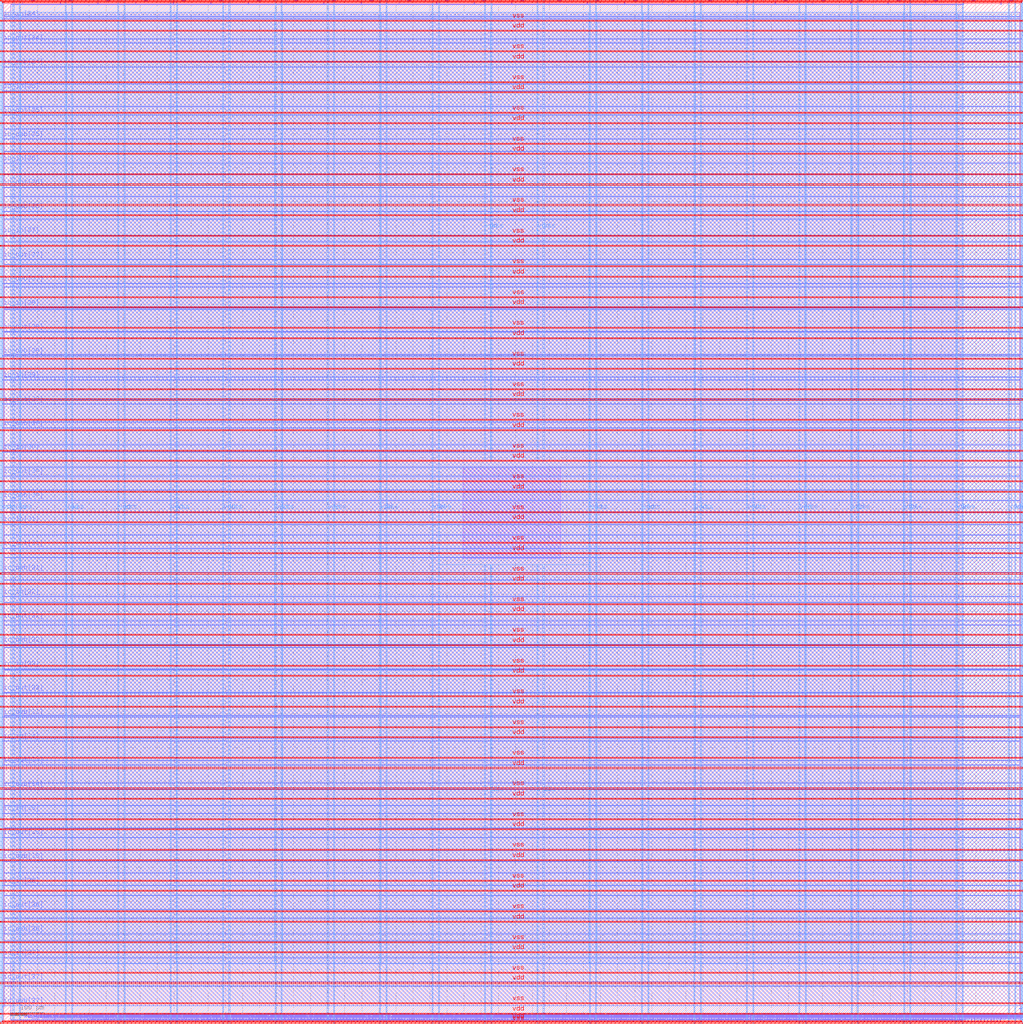
<source format=lef>
VERSION 5.7 ;
  NOWIREEXTENSIONATPIN ON ;
  DIVIDERCHAR "/" ;
  BUSBITCHARS "[]" ;
MACRO user_project_wrapper
  CLASS BLOCK ;
  FOREIGN user_project_wrapper ;
  ORIGIN 0.000 0.000 ;
  SIZE 2980.200 BY 2980.200 ;
  PIN io_in[0]
    DIRECTION INPUT ;
    USE SIGNAL ;
    PORT
      LAYER Metal3 ;
        RECT 2977.800 35.560 2985.000 36.680 ;
    END
  END io_in[0]
  PIN io_in[10]
    DIRECTION INPUT ;
    USE SIGNAL ;
    PORT
      LAYER Metal3 ;
        RECT 2977.800 2017.960 2985.000 2019.080 ;
    END
  END io_in[10]
  PIN io_in[11]
    DIRECTION INPUT ;
    USE SIGNAL ;
    PORT
      LAYER Metal3 ;
        RECT 2977.800 2216.200 2985.000 2217.320 ;
    END
  END io_in[11]
  PIN io_in[12]
    DIRECTION INPUT ;
    USE SIGNAL ;
    PORT
      LAYER Metal3 ;
        RECT 2977.800 2414.440 2985.000 2415.560 ;
    END
  END io_in[12]
  PIN io_in[13]
    DIRECTION INPUT ;
    USE SIGNAL ;
    PORT
      LAYER Metal3 ;
        RECT 2977.800 2612.680 2985.000 2613.800 ;
    END
  END io_in[13]
  PIN io_in[14]
    DIRECTION INPUT ;
    USE SIGNAL ;
    PORT
      LAYER Metal3 ;
        RECT 2977.800 2810.920 2985.000 2812.040 ;
    END
  END io_in[14]
  PIN io_in[15]
    DIRECTION INPUT ;
    USE SIGNAL ;
    PORT
      LAYER Metal2 ;
        RECT 2923.480 2977.800 2924.600 2985.000 ;
    END
  END io_in[15]
  PIN io_in[16]
    DIRECTION INPUT ;
    USE SIGNAL ;
    PORT
      LAYER Metal2 ;
        RECT 2592.520 2977.800 2593.640 2985.000 ;
    END
  END io_in[16]
  PIN io_in[17]
    DIRECTION INPUT ;
    USE SIGNAL ;
    PORT
      LAYER Metal2 ;
        RECT 2261.560 2977.800 2262.680 2985.000 ;
    END
  END io_in[17]
  PIN io_in[18]
    DIRECTION INPUT ;
    USE SIGNAL ;
    PORT
      LAYER Metal2 ;
        RECT 1930.600 2977.800 1931.720 2985.000 ;
    END
  END io_in[18]
  PIN io_in[19]
    DIRECTION INPUT ;
    USE SIGNAL ;
    PORT
      LAYER Metal2 ;
        RECT 1599.640 2977.800 1600.760 2985.000 ;
    END
  END io_in[19]
  PIN io_in[1]
    DIRECTION INPUT ;
    USE SIGNAL ;
    PORT
      LAYER Metal3 ;
        RECT 2977.800 233.800 2985.000 234.920 ;
    END
  END io_in[1]
  PIN io_in[20]
    DIRECTION INPUT ;
    USE SIGNAL ;
    PORT
      LAYER Metal2 ;
        RECT 1268.680 2977.800 1269.800 2985.000 ;
    END
  END io_in[20]
  PIN io_in[21]
    DIRECTION INPUT ;
    USE SIGNAL ;
    PORT
      LAYER Metal2 ;
        RECT 937.720 2977.800 938.840 2985.000 ;
    END
  END io_in[21]
  PIN io_in[22]
    DIRECTION INPUT ;
    USE SIGNAL ;
    PORT
      LAYER Metal2 ;
        RECT 606.760 2977.800 607.880 2985.000 ;
    END
  END io_in[22]
  PIN io_in[23]
    DIRECTION INPUT ;
    USE SIGNAL ;
    PORT
      LAYER Metal2 ;
        RECT 275.800 2977.800 276.920 2985.000 ;
    END
  END io_in[23]
  PIN io_in[24]
    DIRECTION INPUT ;
    USE SIGNAL ;
    PORT
      LAYER Metal3 ;
        RECT -4.800 2935.800 2.400 2936.920 ;
    END
  END io_in[24]
  PIN io_in[25]
    DIRECTION INPUT ;
    USE SIGNAL ;
    PORT
      LAYER Metal3 ;
        RECT -4.800 2724.120 2.400 2725.240 ;
    END
  END io_in[25]
  PIN io_in[26]
    DIRECTION INPUT ;
    USE SIGNAL ;
    PORT
      LAYER Metal3 ;
        RECT -4.800 2512.440 2.400 2513.560 ;
    END
  END io_in[26]
  PIN io_in[27]
    DIRECTION INPUT ;
    USE SIGNAL ;
    PORT
      LAYER Metal3 ;
        RECT -4.800 2300.760 2.400 2301.880 ;
    END
  END io_in[27]
  PIN io_in[28]
    DIRECTION INPUT ;
    USE SIGNAL ;
    PORT
      LAYER Metal3 ;
        RECT -4.800 2089.080 2.400 2090.200 ;
    END
  END io_in[28]
  PIN io_in[29]
    DIRECTION INPUT ;
    USE SIGNAL ;
    PORT
      LAYER Metal3 ;
        RECT -4.800 1877.400 2.400 1878.520 ;
    END
  END io_in[29]
  PIN io_in[2]
    DIRECTION INPUT ;
    USE SIGNAL ;
    PORT
      LAYER Metal3 ;
        RECT 2977.800 432.040 2985.000 433.160 ;
    END
  END io_in[2]
  PIN io_in[30]
    DIRECTION INPUT ;
    USE SIGNAL ;
    PORT
      LAYER Metal3 ;
        RECT -4.800 1665.720 2.400 1666.840 ;
    END
  END io_in[30]
  PIN io_in[31]
    DIRECTION INPUT ;
    USE SIGNAL ;
    PORT
      LAYER Metal3 ;
        RECT -4.800 1454.040 2.400 1455.160 ;
    END
  END io_in[31]
  PIN io_in[32]
    DIRECTION INPUT ;
    USE SIGNAL ;
    PORT
      LAYER Metal3 ;
        RECT -4.800 1242.360 2.400 1243.480 ;
    END
  END io_in[32]
  PIN io_in[33]
    DIRECTION INPUT ;
    USE SIGNAL ;
    PORT
      LAYER Metal3 ;
        RECT -4.800 1030.680 2.400 1031.800 ;
    END
  END io_in[33]
  PIN io_in[34]
    DIRECTION INPUT ;
    USE SIGNAL ;
    PORT
      LAYER Metal3 ;
        RECT -4.800 819.000 2.400 820.120 ;
    END
  END io_in[34]
  PIN io_in[35]
    DIRECTION INPUT ;
    USE SIGNAL ;
    PORT
      LAYER Metal3 ;
        RECT -4.800 607.320 2.400 608.440 ;
    END
  END io_in[35]
  PIN io_in[36]
    DIRECTION INPUT ;
    USE SIGNAL ;
    PORT
      LAYER Metal3 ;
        RECT -4.800 395.640 2.400 396.760 ;
    END
  END io_in[36]
  PIN io_in[37]
    DIRECTION INPUT ;
    USE SIGNAL ;
    PORT
      LAYER Metal3 ;
        RECT -4.800 183.960 2.400 185.080 ;
    END
  END io_in[37]
  PIN io_in[3]
    DIRECTION INPUT ;
    USE SIGNAL ;
    PORT
      LAYER Metal3 ;
        RECT 2977.800 630.280 2985.000 631.400 ;
    END
  END io_in[3]
  PIN io_in[4]
    DIRECTION INPUT ;
    USE SIGNAL ;
    PORT
      LAYER Metal3 ;
        RECT 2977.800 828.520 2985.000 829.640 ;
    END
  END io_in[4]
  PIN io_in[5]
    DIRECTION INPUT ;
    USE SIGNAL ;
    PORT
      LAYER Metal3 ;
        RECT 2977.800 1026.760 2985.000 1027.880 ;
    END
  END io_in[5]
  PIN io_in[6]
    DIRECTION INPUT ;
    USE SIGNAL ;
    PORT
      LAYER Metal3 ;
        RECT 2977.800 1225.000 2985.000 1226.120 ;
    END
  END io_in[6]
  PIN io_in[7]
    DIRECTION INPUT ;
    USE SIGNAL ;
    PORT
      LAYER Metal3 ;
        RECT 2977.800 1423.240 2985.000 1424.360 ;
    END
  END io_in[7]
  PIN io_in[8]
    DIRECTION INPUT ;
    USE SIGNAL ;
    PORT
      LAYER Metal3 ;
        RECT 2977.800 1621.480 2985.000 1622.600 ;
    END
  END io_in[8]
  PIN io_in[9]
    DIRECTION INPUT ;
    USE SIGNAL ;
    PORT
      LAYER Metal3 ;
        RECT 2977.800 1819.720 2985.000 1820.840 ;
    END
  END io_in[9]
  PIN io_oeb[0]
    DIRECTION OUTPUT TRISTATE ;
    USE SIGNAL ;
    PORT
      LAYER Metal3 ;
        RECT 2977.800 167.720 2985.000 168.840 ;
    END
  END io_oeb[0]
  PIN io_oeb[10]
    DIRECTION OUTPUT TRISTATE ;
    USE SIGNAL ;
    PORT
      LAYER Metal3 ;
        RECT 2977.800 2150.120 2985.000 2151.240 ;
    END
  END io_oeb[10]
  PIN io_oeb[11]
    DIRECTION OUTPUT TRISTATE ;
    USE SIGNAL ;
    PORT
      LAYER Metal3 ;
        RECT 2977.800 2348.360 2985.000 2349.480 ;
    END
  END io_oeb[11]
  PIN io_oeb[12]
    DIRECTION OUTPUT TRISTATE ;
    USE SIGNAL ;
    PORT
      LAYER Metal3 ;
        RECT 2977.800 2546.600 2985.000 2547.720 ;
    END
  END io_oeb[12]
  PIN io_oeb[13]
    DIRECTION OUTPUT TRISTATE ;
    USE SIGNAL ;
    PORT
      LAYER Metal3 ;
        RECT 2977.800 2744.840 2985.000 2745.960 ;
    END
  END io_oeb[13]
  PIN io_oeb[14]
    DIRECTION OUTPUT TRISTATE ;
    USE SIGNAL ;
    PORT
      LAYER Metal3 ;
        RECT 2977.800 2943.080 2985.000 2944.200 ;
    END
  END io_oeb[14]
  PIN io_oeb[15]
    DIRECTION OUTPUT TRISTATE ;
    USE SIGNAL ;
    PORT
      LAYER Metal2 ;
        RECT 2702.840 2977.800 2703.960 2985.000 ;
    END
  END io_oeb[15]
  PIN io_oeb[16]
    DIRECTION OUTPUT TRISTATE ;
    USE SIGNAL ;
    PORT
      LAYER Metal2 ;
        RECT 2371.880 2977.800 2373.000 2985.000 ;
    END
  END io_oeb[16]
  PIN io_oeb[17]
    DIRECTION OUTPUT TRISTATE ;
    USE SIGNAL ;
    PORT
      LAYER Metal2 ;
        RECT 2040.920 2977.800 2042.040 2985.000 ;
    END
  END io_oeb[17]
  PIN io_oeb[18]
    DIRECTION OUTPUT TRISTATE ;
    USE SIGNAL ;
    PORT
      LAYER Metal2 ;
        RECT 1709.960 2977.800 1711.080 2985.000 ;
    END
  END io_oeb[18]
  PIN io_oeb[19]
    DIRECTION OUTPUT TRISTATE ;
    USE SIGNAL ;
    PORT
      LAYER Metal2 ;
        RECT 1379.000 2977.800 1380.120 2985.000 ;
    END
  END io_oeb[19]
  PIN io_oeb[1]
    DIRECTION OUTPUT TRISTATE ;
    USE SIGNAL ;
    PORT
      LAYER Metal3 ;
        RECT 2977.800 365.960 2985.000 367.080 ;
    END
  END io_oeb[1]
  PIN io_oeb[20]
    DIRECTION OUTPUT TRISTATE ;
    USE SIGNAL ;
    PORT
      LAYER Metal2 ;
        RECT 1048.040 2977.800 1049.160 2985.000 ;
    END
  END io_oeb[20]
  PIN io_oeb[21]
    DIRECTION OUTPUT TRISTATE ;
    USE SIGNAL ;
    PORT
      LAYER Metal2 ;
        RECT 717.080 2977.800 718.200 2985.000 ;
    END
  END io_oeb[21]
  PIN io_oeb[22]
    DIRECTION OUTPUT TRISTATE ;
    USE SIGNAL ;
    PORT
      LAYER Metal2 ;
        RECT 386.120 2977.800 387.240 2985.000 ;
    END
  END io_oeb[22]
  PIN io_oeb[23]
    DIRECTION OUTPUT TRISTATE ;
    USE SIGNAL ;
    PORT
      LAYER Metal2 ;
        RECT 55.160 2977.800 56.280 2985.000 ;
    END
  END io_oeb[23]
  PIN io_oeb[24]
    DIRECTION OUTPUT TRISTATE ;
    USE SIGNAL ;
    PORT
      LAYER Metal3 ;
        RECT -4.800 2794.680 2.400 2795.800 ;
    END
  END io_oeb[24]
  PIN io_oeb[25]
    DIRECTION OUTPUT TRISTATE ;
    USE SIGNAL ;
    PORT
      LAYER Metal3 ;
        RECT -4.800 2583.000 2.400 2584.120 ;
    END
  END io_oeb[25]
  PIN io_oeb[26]
    DIRECTION OUTPUT TRISTATE ;
    USE SIGNAL ;
    PORT
      LAYER Metal3 ;
        RECT -4.800 2371.320 2.400 2372.440 ;
    END
  END io_oeb[26]
  PIN io_oeb[27]
    DIRECTION OUTPUT TRISTATE ;
    USE SIGNAL ;
    PORT
      LAYER Metal3 ;
        RECT -4.800 2159.640 2.400 2160.760 ;
    END
  END io_oeb[27]
  PIN io_oeb[28]
    DIRECTION OUTPUT TRISTATE ;
    USE SIGNAL ;
    PORT
      LAYER Metal3 ;
        RECT -4.800 1947.960 2.400 1949.080 ;
    END
  END io_oeb[28]
  PIN io_oeb[29]
    DIRECTION OUTPUT TRISTATE ;
    USE SIGNAL ;
    PORT
      LAYER Metal3 ;
        RECT -4.800 1736.280 2.400 1737.400 ;
    END
  END io_oeb[29]
  PIN io_oeb[2]
    DIRECTION OUTPUT TRISTATE ;
    USE SIGNAL ;
    PORT
      LAYER Metal3 ;
        RECT 2977.800 564.200 2985.000 565.320 ;
    END
  END io_oeb[2]
  PIN io_oeb[30]
    DIRECTION OUTPUT TRISTATE ;
    USE SIGNAL ;
    PORT
      LAYER Metal3 ;
        RECT -4.800 1524.600 2.400 1525.720 ;
    END
  END io_oeb[30]
  PIN io_oeb[31]
    DIRECTION OUTPUT TRISTATE ;
    USE SIGNAL ;
    PORT
      LAYER Metal3 ;
        RECT -4.800 1312.920 2.400 1314.040 ;
    END
  END io_oeb[31]
  PIN io_oeb[32]
    DIRECTION OUTPUT TRISTATE ;
    USE SIGNAL ;
    PORT
      LAYER Metal3 ;
        RECT -4.800 1101.240 2.400 1102.360 ;
    END
  END io_oeb[32]
  PIN io_oeb[33]
    DIRECTION OUTPUT TRISTATE ;
    USE SIGNAL ;
    PORT
      LAYER Metal3 ;
        RECT -4.800 889.560 2.400 890.680 ;
    END
  END io_oeb[33]
  PIN io_oeb[34]
    DIRECTION OUTPUT TRISTATE ;
    USE SIGNAL ;
    PORT
      LAYER Metal3 ;
        RECT -4.800 677.880 2.400 679.000 ;
    END
  END io_oeb[34]
  PIN io_oeb[35]
    DIRECTION OUTPUT TRISTATE ;
    USE SIGNAL ;
    PORT
      LAYER Metal3 ;
        RECT -4.800 466.200 2.400 467.320 ;
    END
  END io_oeb[35]
  PIN io_oeb[36]
    DIRECTION OUTPUT TRISTATE ;
    USE SIGNAL ;
    PORT
      LAYER Metal3 ;
        RECT -4.800 254.520 2.400 255.640 ;
    END
  END io_oeb[36]
  PIN io_oeb[37]
    DIRECTION OUTPUT TRISTATE ;
    USE SIGNAL ;
    PORT
      LAYER Metal3 ;
        RECT -4.800 42.840 2.400 43.960 ;
    END
  END io_oeb[37]
  PIN io_oeb[3]
    DIRECTION OUTPUT TRISTATE ;
    USE SIGNAL ;
    PORT
      LAYER Metal3 ;
        RECT 2977.800 762.440 2985.000 763.560 ;
    END
  END io_oeb[3]
  PIN io_oeb[4]
    DIRECTION OUTPUT TRISTATE ;
    USE SIGNAL ;
    PORT
      LAYER Metal3 ;
        RECT 2977.800 960.680 2985.000 961.800 ;
    END
  END io_oeb[4]
  PIN io_oeb[5]
    DIRECTION OUTPUT TRISTATE ;
    USE SIGNAL ;
    PORT
      LAYER Metal3 ;
        RECT 2977.800 1158.920 2985.000 1160.040 ;
    END
  END io_oeb[5]
  PIN io_oeb[6]
    DIRECTION OUTPUT TRISTATE ;
    USE SIGNAL ;
    PORT
      LAYER Metal3 ;
        RECT 2977.800 1357.160 2985.000 1358.280 ;
    END
  END io_oeb[6]
  PIN io_oeb[7]
    DIRECTION OUTPUT TRISTATE ;
    USE SIGNAL ;
    PORT
      LAYER Metal3 ;
        RECT 2977.800 1555.400 2985.000 1556.520 ;
    END
  END io_oeb[7]
  PIN io_oeb[8]
    DIRECTION OUTPUT TRISTATE ;
    USE SIGNAL ;
    PORT
      LAYER Metal3 ;
        RECT 2977.800 1753.640 2985.000 1754.760 ;
    END
  END io_oeb[8]
  PIN io_oeb[9]
    DIRECTION OUTPUT TRISTATE ;
    USE SIGNAL ;
    PORT
      LAYER Metal3 ;
        RECT 2977.800 1951.880 2985.000 1953.000 ;
    END
  END io_oeb[9]
  PIN io_out[0]
    DIRECTION OUTPUT TRISTATE ;
    USE SIGNAL ;
    PORT
      LAYER Metal3 ;
        RECT 2977.800 101.640 2985.000 102.760 ;
    END
  END io_out[0]
  PIN io_out[10]
    DIRECTION OUTPUT TRISTATE ;
    USE SIGNAL ;
    PORT
      LAYER Metal3 ;
        RECT 2977.800 2084.040 2985.000 2085.160 ;
    END
  END io_out[10]
  PIN io_out[11]
    DIRECTION OUTPUT TRISTATE ;
    USE SIGNAL ;
    PORT
      LAYER Metal3 ;
        RECT 2977.800 2282.280 2985.000 2283.400 ;
    END
  END io_out[11]
  PIN io_out[12]
    DIRECTION OUTPUT TRISTATE ;
    USE SIGNAL ;
    PORT
      LAYER Metal3 ;
        RECT 2977.800 2480.520 2985.000 2481.640 ;
    END
  END io_out[12]
  PIN io_out[13]
    DIRECTION OUTPUT TRISTATE ;
    USE SIGNAL ;
    PORT
      LAYER Metal3 ;
        RECT 2977.800 2678.760 2985.000 2679.880 ;
    END
  END io_out[13]
  PIN io_out[14]
    DIRECTION OUTPUT TRISTATE ;
    USE SIGNAL ;
    PORT
      LAYER Metal3 ;
        RECT 2977.800 2877.000 2985.000 2878.120 ;
    END
  END io_out[14]
  PIN io_out[15]
    DIRECTION OUTPUT TRISTATE ;
    USE SIGNAL ;
    PORT
      LAYER Metal2 ;
        RECT 2813.160 2977.800 2814.280 2985.000 ;
    END
  END io_out[15]
  PIN io_out[16]
    DIRECTION OUTPUT TRISTATE ;
    USE SIGNAL ;
    PORT
      LAYER Metal2 ;
        RECT 2482.200 2977.800 2483.320 2985.000 ;
    END
  END io_out[16]
  PIN io_out[17]
    DIRECTION OUTPUT TRISTATE ;
    USE SIGNAL ;
    PORT
      LAYER Metal2 ;
        RECT 2151.240 2977.800 2152.360 2985.000 ;
    END
  END io_out[17]
  PIN io_out[18]
    DIRECTION OUTPUT TRISTATE ;
    USE SIGNAL ;
    PORT
      LAYER Metal2 ;
        RECT 1820.280 2977.800 1821.400 2985.000 ;
    END
  END io_out[18]
  PIN io_out[19]
    DIRECTION OUTPUT TRISTATE ;
    USE SIGNAL ;
    PORT
      LAYER Metal2 ;
        RECT 1489.320 2977.800 1490.440 2985.000 ;
    END
  END io_out[19]
  PIN io_out[1]
    DIRECTION OUTPUT TRISTATE ;
    USE SIGNAL ;
    PORT
      LAYER Metal3 ;
        RECT 2977.800 299.880 2985.000 301.000 ;
    END
  END io_out[1]
  PIN io_out[20]
    DIRECTION OUTPUT TRISTATE ;
    USE SIGNAL ;
    PORT
      LAYER Metal2 ;
        RECT 1158.360 2977.800 1159.480 2985.000 ;
    END
  END io_out[20]
  PIN io_out[21]
    DIRECTION OUTPUT TRISTATE ;
    USE SIGNAL ;
    PORT
      LAYER Metal2 ;
        RECT 827.400 2977.800 828.520 2985.000 ;
    END
  END io_out[21]
  PIN io_out[22]
    DIRECTION OUTPUT TRISTATE ;
    USE SIGNAL ;
    PORT
      LAYER Metal2 ;
        RECT 496.440 2977.800 497.560 2985.000 ;
    END
  END io_out[22]
  PIN io_out[23]
    DIRECTION OUTPUT TRISTATE ;
    USE SIGNAL ;
    PORT
      LAYER Metal2 ;
        RECT 165.480 2977.800 166.600 2985.000 ;
    END
  END io_out[23]
  PIN io_out[24]
    DIRECTION OUTPUT TRISTATE ;
    USE SIGNAL ;
    PORT
      LAYER Metal3 ;
        RECT -4.800 2865.240 2.400 2866.360 ;
    END
  END io_out[24]
  PIN io_out[25]
    DIRECTION OUTPUT TRISTATE ;
    USE SIGNAL ;
    PORT
      LAYER Metal3 ;
        RECT -4.800 2653.560 2.400 2654.680 ;
    END
  END io_out[25]
  PIN io_out[26]
    DIRECTION OUTPUT TRISTATE ;
    USE SIGNAL ;
    PORT
      LAYER Metal3 ;
        RECT -4.800 2441.880 2.400 2443.000 ;
    END
  END io_out[26]
  PIN io_out[27]
    DIRECTION OUTPUT TRISTATE ;
    USE SIGNAL ;
    PORT
      LAYER Metal3 ;
        RECT -4.800 2230.200 2.400 2231.320 ;
    END
  END io_out[27]
  PIN io_out[28]
    DIRECTION OUTPUT TRISTATE ;
    USE SIGNAL ;
    PORT
      LAYER Metal3 ;
        RECT -4.800 2018.520 2.400 2019.640 ;
    END
  END io_out[28]
  PIN io_out[29]
    DIRECTION OUTPUT TRISTATE ;
    USE SIGNAL ;
    PORT
      LAYER Metal3 ;
        RECT -4.800 1806.840 2.400 1807.960 ;
    END
  END io_out[29]
  PIN io_out[2]
    DIRECTION OUTPUT TRISTATE ;
    USE SIGNAL ;
    PORT
      LAYER Metal3 ;
        RECT 2977.800 498.120 2985.000 499.240 ;
    END
  END io_out[2]
  PIN io_out[30]
    DIRECTION OUTPUT TRISTATE ;
    USE SIGNAL ;
    PORT
      LAYER Metal3 ;
        RECT -4.800 1595.160 2.400 1596.280 ;
    END
  END io_out[30]
  PIN io_out[31]
    DIRECTION OUTPUT TRISTATE ;
    USE SIGNAL ;
    PORT
      LAYER Metal3 ;
        RECT -4.800 1383.480 2.400 1384.600 ;
    END
  END io_out[31]
  PIN io_out[32]
    DIRECTION OUTPUT TRISTATE ;
    USE SIGNAL ;
    PORT
      LAYER Metal3 ;
        RECT -4.800 1171.800 2.400 1172.920 ;
    END
  END io_out[32]
  PIN io_out[33]
    DIRECTION OUTPUT TRISTATE ;
    USE SIGNAL ;
    PORT
      LAYER Metal3 ;
        RECT -4.800 960.120 2.400 961.240 ;
    END
  END io_out[33]
  PIN io_out[34]
    DIRECTION OUTPUT TRISTATE ;
    USE SIGNAL ;
    PORT
      LAYER Metal3 ;
        RECT -4.800 748.440 2.400 749.560 ;
    END
  END io_out[34]
  PIN io_out[35]
    DIRECTION OUTPUT TRISTATE ;
    USE SIGNAL ;
    PORT
      LAYER Metal3 ;
        RECT -4.800 536.760 2.400 537.880 ;
    END
  END io_out[35]
  PIN io_out[36]
    DIRECTION OUTPUT TRISTATE ;
    USE SIGNAL ;
    PORT
      LAYER Metal3 ;
        RECT -4.800 325.080 2.400 326.200 ;
    END
  END io_out[36]
  PIN io_out[37]
    DIRECTION OUTPUT TRISTATE ;
    USE SIGNAL ;
    PORT
      LAYER Metal3 ;
        RECT -4.800 113.400 2.400 114.520 ;
    END
  END io_out[37]
  PIN io_out[3]
    DIRECTION OUTPUT TRISTATE ;
    USE SIGNAL ;
    PORT
      LAYER Metal3 ;
        RECT 2977.800 696.360 2985.000 697.480 ;
    END
  END io_out[3]
  PIN io_out[4]
    DIRECTION OUTPUT TRISTATE ;
    USE SIGNAL ;
    PORT
      LAYER Metal3 ;
        RECT 2977.800 894.600 2985.000 895.720 ;
    END
  END io_out[4]
  PIN io_out[5]
    DIRECTION OUTPUT TRISTATE ;
    USE SIGNAL ;
    PORT
      LAYER Metal3 ;
        RECT 2977.800 1092.840 2985.000 1093.960 ;
    END
  END io_out[5]
  PIN io_out[6]
    DIRECTION OUTPUT TRISTATE ;
    USE SIGNAL ;
    PORT
      LAYER Metal3 ;
        RECT 2977.800 1291.080 2985.000 1292.200 ;
    END
  END io_out[6]
  PIN io_out[7]
    DIRECTION OUTPUT TRISTATE ;
    USE SIGNAL ;
    PORT
      LAYER Metal3 ;
        RECT 2977.800 1489.320 2985.000 1490.440 ;
    END
  END io_out[7]
  PIN io_out[8]
    DIRECTION OUTPUT TRISTATE ;
    USE SIGNAL ;
    PORT
      LAYER Metal3 ;
        RECT 2977.800 1687.560 2985.000 1688.680 ;
    END
  END io_out[8]
  PIN io_out[9]
    DIRECTION OUTPUT TRISTATE ;
    USE SIGNAL ;
    PORT
      LAYER Metal3 ;
        RECT 2977.800 1885.800 2985.000 1886.920 ;
    END
  END io_out[9]
  PIN la_data_in[0]
    DIRECTION INPUT ;
    USE SIGNAL ;
    PORT
      LAYER Metal2 ;
        RECT 1065.960 -4.800 1067.080 2.400 ;
    END
  END la_data_in[0]
  PIN la_data_in[10]
    DIRECTION INPUT ;
    USE SIGNAL ;
    PORT
      LAYER Metal2 ;
        RECT 1351.560 -4.800 1352.680 2.400 ;
    END
  END la_data_in[10]
  PIN la_data_in[11]
    DIRECTION INPUT ;
    USE SIGNAL ;
    PORT
      LAYER Metal2 ;
        RECT 1380.120 -4.800 1381.240 2.400 ;
    END
  END la_data_in[11]
  PIN la_data_in[12]
    DIRECTION INPUT ;
    USE SIGNAL ;
    PORT
      LAYER Metal2 ;
        RECT 1408.680 -4.800 1409.800 2.400 ;
    END
  END la_data_in[12]
  PIN la_data_in[13]
    DIRECTION INPUT ;
    USE SIGNAL ;
    PORT
      LAYER Metal2 ;
        RECT 1437.240 -4.800 1438.360 2.400 ;
    END
  END la_data_in[13]
  PIN la_data_in[14]
    DIRECTION INPUT ;
    USE SIGNAL ;
    PORT
      LAYER Metal2 ;
        RECT 1465.800 -4.800 1466.920 2.400 ;
    END
  END la_data_in[14]
  PIN la_data_in[15]
    DIRECTION INPUT ;
    USE SIGNAL ;
    PORT
      LAYER Metal2 ;
        RECT 1494.360 -4.800 1495.480 2.400 ;
    END
  END la_data_in[15]
  PIN la_data_in[16]
    DIRECTION INPUT ;
    USE SIGNAL ;
    PORT
      LAYER Metal2 ;
        RECT 1522.920 -4.800 1524.040 2.400 ;
    END
  END la_data_in[16]
  PIN la_data_in[17]
    DIRECTION INPUT ;
    USE SIGNAL ;
    PORT
      LAYER Metal2 ;
        RECT 1551.480 -4.800 1552.600 2.400 ;
    END
  END la_data_in[17]
  PIN la_data_in[18]
    DIRECTION INPUT ;
    USE SIGNAL ;
    PORT
      LAYER Metal2 ;
        RECT 1580.040 -4.800 1581.160 2.400 ;
    END
  END la_data_in[18]
  PIN la_data_in[19]
    DIRECTION INPUT ;
    USE SIGNAL ;
    PORT
      LAYER Metal2 ;
        RECT 1608.600 -4.800 1609.720 2.400 ;
    END
  END la_data_in[19]
  PIN la_data_in[1]
    DIRECTION INPUT ;
    USE SIGNAL ;
    PORT
      LAYER Metal2 ;
        RECT 1094.520 -4.800 1095.640 2.400 ;
    END
  END la_data_in[1]
  PIN la_data_in[20]
    DIRECTION INPUT ;
    USE SIGNAL ;
    PORT
      LAYER Metal2 ;
        RECT 1637.160 -4.800 1638.280 2.400 ;
    END
  END la_data_in[20]
  PIN la_data_in[21]
    DIRECTION INPUT ;
    USE SIGNAL ;
    PORT
      LAYER Metal2 ;
        RECT 1665.720 -4.800 1666.840 2.400 ;
    END
  END la_data_in[21]
  PIN la_data_in[22]
    DIRECTION INPUT ;
    USE SIGNAL ;
    PORT
      LAYER Metal2 ;
        RECT 1694.280 -4.800 1695.400 2.400 ;
    END
  END la_data_in[22]
  PIN la_data_in[23]
    DIRECTION INPUT ;
    USE SIGNAL ;
    PORT
      LAYER Metal2 ;
        RECT 1722.840 -4.800 1723.960 2.400 ;
    END
  END la_data_in[23]
  PIN la_data_in[24]
    DIRECTION INPUT ;
    USE SIGNAL ;
    PORT
      LAYER Metal2 ;
        RECT 1751.400 -4.800 1752.520 2.400 ;
    END
  END la_data_in[24]
  PIN la_data_in[25]
    DIRECTION INPUT ;
    USE SIGNAL ;
    PORT
      LAYER Metal2 ;
        RECT 1779.960 -4.800 1781.080 2.400 ;
    END
  END la_data_in[25]
  PIN la_data_in[26]
    DIRECTION INPUT ;
    USE SIGNAL ;
    PORT
      LAYER Metal2 ;
        RECT 1808.520 -4.800 1809.640 2.400 ;
    END
  END la_data_in[26]
  PIN la_data_in[27]
    DIRECTION INPUT ;
    USE SIGNAL ;
    PORT
      LAYER Metal2 ;
        RECT 1837.080 -4.800 1838.200 2.400 ;
    END
  END la_data_in[27]
  PIN la_data_in[28]
    DIRECTION INPUT ;
    USE SIGNAL ;
    PORT
      LAYER Metal2 ;
        RECT 1865.640 -4.800 1866.760 2.400 ;
    END
  END la_data_in[28]
  PIN la_data_in[29]
    DIRECTION INPUT ;
    USE SIGNAL ;
    PORT
      LAYER Metal2 ;
        RECT 1894.200 -4.800 1895.320 2.400 ;
    END
  END la_data_in[29]
  PIN la_data_in[2]
    DIRECTION INPUT ;
    USE SIGNAL ;
    PORT
      LAYER Metal2 ;
        RECT 1123.080 -4.800 1124.200 2.400 ;
    END
  END la_data_in[2]
  PIN la_data_in[30]
    DIRECTION INPUT ;
    USE SIGNAL ;
    PORT
      LAYER Metal2 ;
        RECT 1922.760 -4.800 1923.880 2.400 ;
    END
  END la_data_in[30]
  PIN la_data_in[31]
    DIRECTION INPUT ;
    USE SIGNAL ;
    PORT
      LAYER Metal2 ;
        RECT 1951.320 -4.800 1952.440 2.400 ;
    END
  END la_data_in[31]
  PIN la_data_in[32]
    DIRECTION INPUT ;
    USE SIGNAL ;
    PORT
      LAYER Metal2 ;
        RECT 1979.880 -4.800 1981.000 2.400 ;
    END
  END la_data_in[32]
  PIN la_data_in[33]
    DIRECTION INPUT ;
    USE SIGNAL ;
    PORT
      LAYER Metal2 ;
        RECT 2008.440 -4.800 2009.560 2.400 ;
    END
  END la_data_in[33]
  PIN la_data_in[34]
    DIRECTION INPUT ;
    USE SIGNAL ;
    PORT
      LAYER Metal2 ;
        RECT 2037.000 -4.800 2038.120 2.400 ;
    END
  END la_data_in[34]
  PIN la_data_in[35]
    DIRECTION INPUT ;
    USE SIGNAL ;
    PORT
      LAYER Metal2 ;
        RECT 2065.560 -4.800 2066.680 2.400 ;
    END
  END la_data_in[35]
  PIN la_data_in[36]
    DIRECTION INPUT ;
    USE SIGNAL ;
    PORT
      LAYER Metal2 ;
        RECT 2094.120 -4.800 2095.240 2.400 ;
    END
  END la_data_in[36]
  PIN la_data_in[37]
    DIRECTION INPUT ;
    USE SIGNAL ;
    PORT
      LAYER Metal2 ;
        RECT 2122.680 -4.800 2123.800 2.400 ;
    END
  END la_data_in[37]
  PIN la_data_in[38]
    DIRECTION INPUT ;
    USE SIGNAL ;
    PORT
      LAYER Metal2 ;
        RECT 2151.240 -4.800 2152.360 2.400 ;
    END
  END la_data_in[38]
  PIN la_data_in[39]
    DIRECTION INPUT ;
    USE SIGNAL ;
    PORT
      LAYER Metal2 ;
        RECT 2179.800 -4.800 2180.920 2.400 ;
    END
  END la_data_in[39]
  PIN la_data_in[3]
    DIRECTION INPUT ;
    USE SIGNAL ;
    PORT
      LAYER Metal2 ;
        RECT 1151.640 -4.800 1152.760 2.400 ;
    END
  END la_data_in[3]
  PIN la_data_in[40]
    DIRECTION INPUT ;
    USE SIGNAL ;
    PORT
      LAYER Metal2 ;
        RECT 2208.360 -4.800 2209.480 2.400 ;
    END
  END la_data_in[40]
  PIN la_data_in[41]
    DIRECTION INPUT ;
    USE SIGNAL ;
    PORT
      LAYER Metal2 ;
        RECT 2236.920 -4.800 2238.040 2.400 ;
    END
  END la_data_in[41]
  PIN la_data_in[42]
    DIRECTION INPUT ;
    USE SIGNAL ;
    PORT
      LAYER Metal2 ;
        RECT 2265.480 -4.800 2266.600 2.400 ;
    END
  END la_data_in[42]
  PIN la_data_in[43]
    DIRECTION INPUT ;
    USE SIGNAL ;
    PORT
      LAYER Metal2 ;
        RECT 2294.040 -4.800 2295.160 2.400 ;
    END
  END la_data_in[43]
  PIN la_data_in[44]
    DIRECTION INPUT ;
    USE SIGNAL ;
    PORT
      LAYER Metal2 ;
        RECT 2322.600 -4.800 2323.720 2.400 ;
    END
  END la_data_in[44]
  PIN la_data_in[45]
    DIRECTION INPUT ;
    USE SIGNAL ;
    PORT
      LAYER Metal2 ;
        RECT 2351.160 -4.800 2352.280 2.400 ;
    END
  END la_data_in[45]
  PIN la_data_in[46]
    DIRECTION INPUT ;
    USE SIGNAL ;
    PORT
      LAYER Metal2 ;
        RECT 2379.720 -4.800 2380.840 2.400 ;
    END
  END la_data_in[46]
  PIN la_data_in[47]
    DIRECTION INPUT ;
    USE SIGNAL ;
    PORT
      LAYER Metal2 ;
        RECT 2408.280 -4.800 2409.400 2.400 ;
    END
  END la_data_in[47]
  PIN la_data_in[48]
    DIRECTION INPUT ;
    USE SIGNAL ;
    PORT
      LAYER Metal2 ;
        RECT 2436.840 -4.800 2437.960 2.400 ;
    END
  END la_data_in[48]
  PIN la_data_in[49]
    DIRECTION INPUT ;
    USE SIGNAL ;
    PORT
      LAYER Metal2 ;
        RECT 2465.400 -4.800 2466.520 2.400 ;
    END
  END la_data_in[49]
  PIN la_data_in[4]
    DIRECTION INPUT ;
    USE SIGNAL ;
    PORT
      LAYER Metal2 ;
        RECT 1180.200 -4.800 1181.320 2.400 ;
    END
  END la_data_in[4]
  PIN la_data_in[50]
    DIRECTION INPUT ;
    USE SIGNAL ;
    PORT
      LAYER Metal2 ;
        RECT 2493.960 -4.800 2495.080 2.400 ;
    END
  END la_data_in[50]
  PIN la_data_in[51]
    DIRECTION INPUT ;
    USE SIGNAL ;
    PORT
      LAYER Metal2 ;
        RECT 2522.520 -4.800 2523.640 2.400 ;
    END
  END la_data_in[51]
  PIN la_data_in[52]
    DIRECTION INPUT ;
    USE SIGNAL ;
    PORT
      LAYER Metal2 ;
        RECT 2551.080 -4.800 2552.200 2.400 ;
    END
  END la_data_in[52]
  PIN la_data_in[53]
    DIRECTION INPUT ;
    USE SIGNAL ;
    PORT
      LAYER Metal2 ;
        RECT 2579.640 -4.800 2580.760 2.400 ;
    END
  END la_data_in[53]
  PIN la_data_in[54]
    DIRECTION INPUT ;
    USE SIGNAL ;
    PORT
      LAYER Metal2 ;
        RECT 2608.200 -4.800 2609.320 2.400 ;
    END
  END la_data_in[54]
  PIN la_data_in[55]
    DIRECTION INPUT ;
    USE SIGNAL ;
    PORT
      LAYER Metal2 ;
        RECT 2636.760 -4.800 2637.880 2.400 ;
    END
  END la_data_in[55]
  PIN la_data_in[56]
    DIRECTION INPUT ;
    USE SIGNAL ;
    PORT
      LAYER Metal2 ;
        RECT 2665.320 -4.800 2666.440 2.400 ;
    END
  END la_data_in[56]
  PIN la_data_in[57]
    DIRECTION INPUT ;
    USE SIGNAL ;
    PORT
      LAYER Metal2 ;
        RECT 2693.880 -4.800 2695.000 2.400 ;
    END
  END la_data_in[57]
  PIN la_data_in[58]
    DIRECTION INPUT ;
    USE SIGNAL ;
    PORT
      LAYER Metal2 ;
        RECT 2722.440 -4.800 2723.560 2.400 ;
    END
  END la_data_in[58]
  PIN la_data_in[59]
    DIRECTION INPUT ;
    USE SIGNAL ;
    PORT
      LAYER Metal2 ;
        RECT 2751.000 -4.800 2752.120 2.400 ;
    END
  END la_data_in[59]
  PIN la_data_in[5]
    DIRECTION INPUT ;
    USE SIGNAL ;
    PORT
      LAYER Metal2 ;
        RECT 1208.760 -4.800 1209.880 2.400 ;
    END
  END la_data_in[5]
  PIN la_data_in[60]
    DIRECTION INPUT ;
    USE SIGNAL ;
    PORT
      LAYER Metal2 ;
        RECT 2779.560 -4.800 2780.680 2.400 ;
    END
  END la_data_in[60]
  PIN la_data_in[61]
    DIRECTION INPUT ;
    USE SIGNAL ;
    PORT
      LAYER Metal2 ;
        RECT 2808.120 -4.800 2809.240 2.400 ;
    END
  END la_data_in[61]
  PIN la_data_in[62]
    DIRECTION INPUT ;
    USE SIGNAL ;
    PORT
      LAYER Metal2 ;
        RECT 2836.680 -4.800 2837.800 2.400 ;
    END
  END la_data_in[62]
  PIN la_data_in[63]
    DIRECTION INPUT ;
    USE SIGNAL ;
    PORT
      LAYER Metal2 ;
        RECT 2865.240 -4.800 2866.360 2.400 ;
    END
  END la_data_in[63]
  PIN la_data_in[6]
    DIRECTION INPUT ;
    USE SIGNAL ;
    PORT
      LAYER Metal2 ;
        RECT 1237.320 -4.800 1238.440 2.400 ;
    END
  END la_data_in[6]
  PIN la_data_in[7]
    DIRECTION INPUT ;
    USE SIGNAL ;
    PORT
      LAYER Metal2 ;
        RECT 1265.880 -4.800 1267.000 2.400 ;
    END
  END la_data_in[7]
  PIN la_data_in[8]
    DIRECTION INPUT ;
    USE SIGNAL ;
    PORT
      LAYER Metal2 ;
        RECT 1294.440 -4.800 1295.560 2.400 ;
    END
  END la_data_in[8]
  PIN la_data_in[9]
    DIRECTION INPUT ;
    USE SIGNAL ;
    PORT
      LAYER Metal2 ;
        RECT 1323.000 -4.800 1324.120 2.400 ;
    END
  END la_data_in[9]
  PIN la_data_out[0]
    DIRECTION OUTPUT TRISTATE ;
    USE SIGNAL ;
    PORT
      LAYER Metal2 ;
        RECT 1075.480 -4.800 1076.600 2.400 ;
    END
  END la_data_out[0]
  PIN la_data_out[10]
    DIRECTION OUTPUT TRISTATE ;
    USE SIGNAL ;
    PORT
      LAYER Metal2 ;
        RECT 1361.080 -4.800 1362.200 2.400 ;
    END
  END la_data_out[10]
  PIN la_data_out[11]
    DIRECTION OUTPUT TRISTATE ;
    USE SIGNAL ;
    PORT
      LAYER Metal2 ;
        RECT 1389.640 -4.800 1390.760 2.400 ;
    END
  END la_data_out[11]
  PIN la_data_out[12]
    DIRECTION OUTPUT TRISTATE ;
    USE SIGNAL ;
    PORT
      LAYER Metal2 ;
        RECT 1418.200 -4.800 1419.320 2.400 ;
    END
  END la_data_out[12]
  PIN la_data_out[13]
    DIRECTION OUTPUT TRISTATE ;
    USE SIGNAL ;
    PORT
      LAYER Metal2 ;
        RECT 1446.760 -4.800 1447.880 2.400 ;
    END
  END la_data_out[13]
  PIN la_data_out[14]
    DIRECTION OUTPUT TRISTATE ;
    USE SIGNAL ;
    PORT
      LAYER Metal2 ;
        RECT 1475.320 -4.800 1476.440 2.400 ;
    END
  END la_data_out[14]
  PIN la_data_out[15]
    DIRECTION OUTPUT TRISTATE ;
    USE SIGNAL ;
    PORT
      LAYER Metal2 ;
        RECT 1503.880 -4.800 1505.000 2.400 ;
    END
  END la_data_out[15]
  PIN la_data_out[16]
    DIRECTION OUTPUT TRISTATE ;
    USE SIGNAL ;
    PORT
      LAYER Metal2 ;
        RECT 1532.440 -4.800 1533.560 2.400 ;
    END
  END la_data_out[16]
  PIN la_data_out[17]
    DIRECTION OUTPUT TRISTATE ;
    USE SIGNAL ;
    PORT
      LAYER Metal2 ;
        RECT 1561.000 -4.800 1562.120 2.400 ;
    END
  END la_data_out[17]
  PIN la_data_out[18]
    DIRECTION OUTPUT TRISTATE ;
    USE SIGNAL ;
    PORT
      LAYER Metal2 ;
        RECT 1589.560 -4.800 1590.680 2.400 ;
    END
  END la_data_out[18]
  PIN la_data_out[19]
    DIRECTION OUTPUT TRISTATE ;
    USE SIGNAL ;
    PORT
      LAYER Metal2 ;
        RECT 1618.120 -4.800 1619.240 2.400 ;
    END
  END la_data_out[19]
  PIN la_data_out[1]
    DIRECTION OUTPUT TRISTATE ;
    USE SIGNAL ;
    PORT
      LAYER Metal2 ;
        RECT 1104.040 -4.800 1105.160 2.400 ;
    END
  END la_data_out[1]
  PIN la_data_out[20]
    DIRECTION OUTPUT TRISTATE ;
    USE SIGNAL ;
    PORT
      LAYER Metal2 ;
        RECT 1646.680 -4.800 1647.800 2.400 ;
    END
  END la_data_out[20]
  PIN la_data_out[21]
    DIRECTION OUTPUT TRISTATE ;
    USE SIGNAL ;
    PORT
      LAYER Metal2 ;
        RECT 1675.240 -4.800 1676.360 2.400 ;
    END
  END la_data_out[21]
  PIN la_data_out[22]
    DIRECTION OUTPUT TRISTATE ;
    USE SIGNAL ;
    PORT
      LAYER Metal2 ;
        RECT 1703.800 -4.800 1704.920 2.400 ;
    END
  END la_data_out[22]
  PIN la_data_out[23]
    DIRECTION OUTPUT TRISTATE ;
    USE SIGNAL ;
    PORT
      LAYER Metal2 ;
        RECT 1732.360 -4.800 1733.480 2.400 ;
    END
  END la_data_out[23]
  PIN la_data_out[24]
    DIRECTION OUTPUT TRISTATE ;
    USE SIGNAL ;
    PORT
      LAYER Metal2 ;
        RECT 1760.920 -4.800 1762.040 2.400 ;
    END
  END la_data_out[24]
  PIN la_data_out[25]
    DIRECTION OUTPUT TRISTATE ;
    USE SIGNAL ;
    PORT
      LAYER Metal2 ;
        RECT 1789.480 -4.800 1790.600 2.400 ;
    END
  END la_data_out[25]
  PIN la_data_out[26]
    DIRECTION OUTPUT TRISTATE ;
    USE SIGNAL ;
    PORT
      LAYER Metal2 ;
        RECT 1818.040 -4.800 1819.160 2.400 ;
    END
  END la_data_out[26]
  PIN la_data_out[27]
    DIRECTION OUTPUT TRISTATE ;
    USE SIGNAL ;
    PORT
      LAYER Metal2 ;
        RECT 1846.600 -4.800 1847.720 2.400 ;
    END
  END la_data_out[27]
  PIN la_data_out[28]
    DIRECTION OUTPUT TRISTATE ;
    USE SIGNAL ;
    PORT
      LAYER Metal2 ;
        RECT 1875.160 -4.800 1876.280 2.400 ;
    END
  END la_data_out[28]
  PIN la_data_out[29]
    DIRECTION OUTPUT TRISTATE ;
    USE SIGNAL ;
    PORT
      LAYER Metal2 ;
        RECT 1903.720 -4.800 1904.840 2.400 ;
    END
  END la_data_out[29]
  PIN la_data_out[2]
    DIRECTION OUTPUT TRISTATE ;
    USE SIGNAL ;
    PORT
      LAYER Metal2 ;
        RECT 1132.600 -4.800 1133.720 2.400 ;
    END
  END la_data_out[2]
  PIN la_data_out[30]
    DIRECTION OUTPUT TRISTATE ;
    USE SIGNAL ;
    PORT
      LAYER Metal2 ;
        RECT 1932.280 -4.800 1933.400 2.400 ;
    END
  END la_data_out[30]
  PIN la_data_out[31]
    DIRECTION OUTPUT TRISTATE ;
    USE SIGNAL ;
    PORT
      LAYER Metal2 ;
        RECT 1960.840 -4.800 1961.960 2.400 ;
    END
  END la_data_out[31]
  PIN la_data_out[32]
    DIRECTION OUTPUT TRISTATE ;
    USE SIGNAL ;
    PORT
      LAYER Metal2 ;
        RECT 1989.400 -4.800 1990.520 2.400 ;
    END
  END la_data_out[32]
  PIN la_data_out[33]
    DIRECTION OUTPUT TRISTATE ;
    USE SIGNAL ;
    PORT
      LAYER Metal2 ;
        RECT 2017.960 -4.800 2019.080 2.400 ;
    END
  END la_data_out[33]
  PIN la_data_out[34]
    DIRECTION OUTPUT TRISTATE ;
    USE SIGNAL ;
    PORT
      LAYER Metal2 ;
        RECT 2046.520 -4.800 2047.640 2.400 ;
    END
  END la_data_out[34]
  PIN la_data_out[35]
    DIRECTION OUTPUT TRISTATE ;
    USE SIGNAL ;
    PORT
      LAYER Metal2 ;
        RECT 2075.080 -4.800 2076.200 2.400 ;
    END
  END la_data_out[35]
  PIN la_data_out[36]
    DIRECTION OUTPUT TRISTATE ;
    USE SIGNAL ;
    PORT
      LAYER Metal2 ;
        RECT 2103.640 -4.800 2104.760 2.400 ;
    END
  END la_data_out[36]
  PIN la_data_out[37]
    DIRECTION OUTPUT TRISTATE ;
    USE SIGNAL ;
    PORT
      LAYER Metal2 ;
        RECT 2132.200 -4.800 2133.320 2.400 ;
    END
  END la_data_out[37]
  PIN la_data_out[38]
    DIRECTION OUTPUT TRISTATE ;
    USE SIGNAL ;
    PORT
      LAYER Metal2 ;
        RECT 2160.760 -4.800 2161.880 2.400 ;
    END
  END la_data_out[38]
  PIN la_data_out[39]
    DIRECTION OUTPUT TRISTATE ;
    USE SIGNAL ;
    PORT
      LAYER Metal2 ;
        RECT 2189.320 -4.800 2190.440 2.400 ;
    END
  END la_data_out[39]
  PIN la_data_out[3]
    DIRECTION OUTPUT TRISTATE ;
    USE SIGNAL ;
    PORT
      LAYER Metal2 ;
        RECT 1161.160 -4.800 1162.280 2.400 ;
    END
  END la_data_out[3]
  PIN la_data_out[40]
    DIRECTION OUTPUT TRISTATE ;
    USE SIGNAL ;
    PORT
      LAYER Metal2 ;
        RECT 2217.880 -4.800 2219.000 2.400 ;
    END
  END la_data_out[40]
  PIN la_data_out[41]
    DIRECTION OUTPUT TRISTATE ;
    USE SIGNAL ;
    PORT
      LAYER Metal2 ;
        RECT 2246.440 -4.800 2247.560 2.400 ;
    END
  END la_data_out[41]
  PIN la_data_out[42]
    DIRECTION OUTPUT TRISTATE ;
    USE SIGNAL ;
    PORT
      LAYER Metal2 ;
        RECT 2275.000 -4.800 2276.120 2.400 ;
    END
  END la_data_out[42]
  PIN la_data_out[43]
    DIRECTION OUTPUT TRISTATE ;
    USE SIGNAL ;
    PORT
      LAYER Metal2 ;
        RECT 2303.560 -4.800 2304.680 2.400 ;
    END
  END la_data_out[43]
  PIN la_data_out[44]
    DIRECTION OUTPUT TRISTATE ;
    USE SIGNAL ;
    PORT
      LAYER Metal2 ;
        RECT 2332.120 -4.800 2333.240 2.400 ;
    END
  END la_data_out[44]
  PIN la_data_out[45]
    DIRECTION OUTPUT TRISTATE ;
    USE SIGNAL ;
    PORT
      LAYER Metal2 ;
        RECT 2360.680 -4.800 2361.800 2.400 ;
    END
  END la_data_out[45]
  PIN la_data_out[46]
    DIRECTION OUTPUT TRISTATE ;
    USE SIGNAL ;
    PORT
      LAYER Metal2 ;
        RECT 2389.240 -4.800 2390.360 2.400 ;
    END
  END la_data_out[46]
  PIN la_data_out[47]
    DIRECTION OUTPUT TRISTATE ;
    USE SIGNAL ;
    PORT
      LAYER Metal2 ;
        RECT 2417.800 -4.800 2418.920 2.400 ;
    END
  END la_data_out[47]
  PIN la_data_out[48]
    DIRECTION OUTPUT TRISTATE ;
    USE SIGNAL ;
    PORT
      LAYER Metal2 ;
        RECT 2446.360 -4.800 2447.480 2.400 ;
    END
  END la_data_out[48]
  PIN la_data_out[49]
    DIRECTION OUTPUT TRISTATE ;
    USE SIGNAL ;
    PORT
      LAYER Metal2 ;
        RECT 2474.920 -4.800 2476.040 2.400 ;
    END
  END la_data_out[49]
  PIN la_data_out[4]
    DIRECTION OUTPUT TRISTATE ;
    USE SIGNAL ;
    PORT
      LAYER Metal2 ;
        RECT 1189.720 -4.800 1190.840 2.400 ;
    END
  END la_data_out[4]
  PIN la_data_out[50]
    DIRECTION OUTPUT TRISTATE ;
    USE SIGNAL ;
    PORT
      LAYER Metal2 ;
        RECT 2503.480 -4.800 2504.600 2.400 ;
    END
  END la_data_out[50]
  PIN la_data_out[51]
    DIRECTION OUTPUT TRISTATE ;
    USE SIGNAL ;
    PORT
      LAYER Metal2 ;
        RECT 2532.040 -4.800 2533.160 2.400 ;
    END
  END la_data_out[51]
  PIN la_data_out[52]
    DIRECTION OUTPUT TRISTATE ;
    USE SIGNAL ;
    PORT
      LAYER Metal2 ;
        RECT 2560.600 -4.800 2561.720 2.400 ;
    END
  END la_data_out[52]
  PIN la_data_out[53]
    DIRECTION OUTPUT TRISTATE ;
    USE SIGNAL ;
    PORT
      LAYER Metal2 ;
        RECT 2589.160 -4.800 2590.280 2.400 ;
    END
  END la_data_out[53]
  PIN la_data_out[54]
    DIRECTION OUTPUT TRISTATE ;
    USE SIGNAL ;
    PORT
      LAYER Metal2 ;
        RECT 2617.720 -4.800 2618.840 2.400 ;
    END
  END la_data_out[54]
  PIN la_data_out[55]
    DIRECTION OUTPUT TRISTATE ;
    USE SIGNAL ;
    PORT
      LAYER Metal2 ;
        RECT 2646.280 -4.800 2647.400 2.400 ;
    END
  END la_data_out[55]
  PIN la_data_out[56]
    DIRECTION OUTPUT TRISTATE ;
    USE SIGNAL ;
    PORT
      LAYER Metal2 ;
        RECT 2674.840 -4.800 2675.960 2.400 ;
    END
  END la_data_out[56]
  PIN la_data_out[57]
    DIRECTION OUTPUT TRISTATE ;
    USE SIGNAL ;
    PORT
      LAYER Metal2 ;
        RECT 2703.400 -4.800 2704.520 2.400 ;
    END
  END la_data_out[57]
  PIN la_data_out[58]
    DIRECTION OUTPUT TRISTATE ;
    USE SIGNAL ;
    PORT
      LAYER Metal2 ;
        RECT 2731.960 -4.800 2733.080 2.400 ;
    END
  END la_data_out[58]
  PIN la_data_out[59]
    DIRECTION OUTPUT TRISTATE ;
    USE SIGNAL ;
    PORT
      LAYER Metal2 ;
        RECT 2760.520 -4.800 2761.640 2.400 ;
    END
  END la_data_out[59]
  PIN la_data_out[5]
    DIRECTION OUTPUT TRISTATE ;
    USE SIGNAL ;
    PORT
      LAYER Metal2 ;
        RECT 1218.280 -4.800 1219.400 2.400 ;
    END
  END la_data_out[5]
  PIN la_data_out[60]
    DIRECTION OUTPUT TRISTATE ;
    USE SIGNAL ;
    PORT
      LAYER Metal2 ;
        RECT 2789.080 -4.800 2790.200 2.400 ;
    END
  END la_data_out[60]
  PIN la_data_out[61]
    DIRECTION OUTPUT TRISTATE ;
    USE SIGNAL ;
    PORT
      LAYER Metal2 ;
        RECT 2817.640 -4.800 2818.760 2.400 ;
    END
  END la_data_out[61]
  PIN la_data_out[62]
    DIRECTION OUTPUT TRISTATE ;
    USE SIGNAL ;
    PORT
      LAYER Metal2 ;
        RECT 2846.200 -4.800 2847.320 2.400 ;
    END
  END la_data_out[62]
  PIN la_data_out[63]
    DIRECTION OUTPUT TRISTATE ;
    USE SIGNAL ;
    PORT
      LAYER Metal2 ;
        RECT 2874.760 -4.800 2875.880 2.400 ;
    END
  END la_data_out[63]
  PIN la_data_out[6]
    DIRECTION OUTPUT TRISTATE ;
    USE SIGNAL ;
    PORT
      LAYER Metal2 ;
        RECT 1246.840 -4.800 1247.960 2.400 ;
    END
  END la_data_out[6]
  PIN la_data_out[7]
    DIRECTION OUTPUT TRISTATE ;
    USE SIGNAL ;
    PORT
      LAYER Metal2 ;
        RECT 1275.400 -4.800 1276.520 2.400 ;
    END
  END la_data_out[7]
  PIN la_data_out[8]
    DIRECTION OUTPUT TRISTATE ;
    USE SIGNAL ;
    PORT
      LAYER Metal2 ;
        RECT 1303.960 -4.800 1305.080 2.400 ;
    END
  END la_data_out[8]
  PIN la_data_out[9]
    DIRECTION OUTPUT TRISTATE ;
    USE SIGNAL ;
    PORT
      LAYER Metal2 ;
        RECT 1332.520 -4.800 1333.640 2.400 ;
    END
  END la_data_out[9]
  PIN la_oenb[0]
    DIRECTION INPUT ;
    USE SIGNAL ;
    PORT
      LAYER Metal2 ;
        RECT 1085.000 -4.800 1086.120 2.400 ;
    END
  END la_oenb[0]
  PIN la_oenb[10]
    DIRECTION INPUT ;
    USE SIGNAL ;
    PORT
      LAYER Metal2 ;
        RECT 1370.600 -4.800 1371.720 2.400 ;
    END
  END la_oenb[10]
  PIN la_oenb[11]
    DIRECTION INPUT ;
    USE SIGNAL ;
    PORT
      LAYER Metal2 ;
        RECT 1399.160 -4.800 1400.280 2.400 ;
    END
  END la_oenb[11]
  PIN la_oenb[12]
    DIRECTION INPUT ;
    USE SIGNAL ;
    PORT
      LAYER Metal2 ;
        RECT 1427.720 -4.800 1428.840 2.400 ;
    END
  END la_oenb[12]
  PIN la_oenb[13]
    DIRECTION INPUT ;
    USE SIGNAL ;
    PORT
      LAYER Metal2 ;
        RECT 1456.280 -4.800 1457.400 2.400 ;
    END
  END la_oenb[13]
  PIN la_oenb[14]
    DIRECTION INPUT ;
    USE SIGNAL ;
    PORT
      LAYER Metal2 ;
        RECT 1484.840 -4.800 1485.960 2.400 ;
    END
  END la_oenb[14]
  PIN la_oenb[15]
    DIRECTION INPUT ;
    USE SIGNAL ;
    PORT
      LAYER Metal2 ;
        RECT 1513.400 -4.800 1514.520 2.400 ;
    END
  END la_oenb[15]
  PIN la_oenb[16]
    DIRECTION INPUT ;
    USE SIGNAL ;
    PORT
      LAYER Metal2 ;
        RECT 1541.960 -4.800 1543.080 2.400 ;
    END
  END la_oenb[16]
  PIN la_oenb[17]
    DIRECTION INPUT ;
    USE SIGNAL ;
    PORT
      LAYER Metal2 ;
        RECT 1570.520 -4.800 1571.640 2.400 ;
    END
  END la_oenb[17]
  PIN la_oenb[18]
    DIRECTION INPUT ;
    USE SIGNAL ;
    PORT
      LAYER Metal2 ;
        RECT 1599.080 -4.800 1600.200 2.400 ;
    END
  END la_oenb[18]
  PIN la_oenb[19]
    DIRECTION INPUT ;
    USE SIGNAL ;
    PORT
      LAYER Metal2 ;
        RECT 1627.640 -4.800 1628.760 2.400 ;
    END
  END la_oenb[19]
  PIN la_oenb[1]
    DIRECTION INPUT ;
    USE SIGNAL ;
    PORT
      LAYER Metal2 ;
        RECT 1113.560 -4.800 1114.680 2.400 ;
    END
  END la_oenb[1]
  PIN la_oenb[20]
    DIRECTION INPUT ;
    USE SIGNAL ;
    PORT
      LAYER Metal2 ;
        RECT 1656.200 -4.800 1657.320 2.400 ;
    END
  END la_oenb[20]
  PIN la_oenb[21]
    DIRECTION INPUT ;
    USE SIGNAL ;
    PORT
      LAYER Metal2 ;
        RECT 1684.760 -4.800 1685.880 2.400 ;
    END
  END la_oenb[21]
  PIN la_oenb[22]
    DIRECTION INPUT ;
    USE SIGNAL ;
    PORT
      LAYER Metal2 ;
        RECT 1713.320 -4.800 1714.440 2.400 ;
    END
  END la_oenb[22]
  PIN la_oenb[23]
    DIRECTION INPUT ;
    USE SIGNAL ;
    PORT
      LAYER Metal2 ;
        RECT 1741.880 -4.800 1743.000 2.400 ;
    END
  END la_oenb[23]
  PIN la_oenb[24]
    DIRECTION INPUT ;
    USE SIGNAL ;
    PORT
      LAYER Metal2 ;
        RECT 1770.440 -4.800 1771.560 2.400 ;
    END
  END la_oenb[24]
  PIN la_oenb[25]
    DIRECTION INPUT ;
    USE SIGNAL ;
    PORT
      LAYER Metal2 ;
        RECT 1799.000 -4.800 1800.120 2.400 ;
    END
  END la_oenb[25]
  PIN la_oenb[26]
    DIRECTION INPUT ;
    USE SIGNAL ;
    PORT
      LAYER Metal2 ;
        RECT 1827.560 -4.800 1828.680 2.400 ;
    END
  END la_oenb[26]
  PIN la_oenb[27]
    DIRECTION INPUT ;
    USE SIGNAL ;
    PORT
      LAYER Metal2 ;
        RECT 1856.120 -4.800 1857.240 2.400 ;
    END
  END la_oenb[27]
  PIN la_oenb[28]
    DIRECTION INPUT ;
    USE SIGNAL ;
    PORT
      LAYER Metal2 ;
        RECT 1884.680 -4.800 1885.800 2.400 ;
    END
  END la_oenb[28]
  PIN la_oenb[29]
    DIRECTION INPUT ;
    USE SIGNAL ;
    PORT
      LAYER Metal2 ;
        RECT 1913.240 -4.800 1914.360 2.400 ;
    END
  END la_oenb[29]
  PIN la_oenb[2]
    DIRECTION INPUT ;
    USE SIGNAL ;
    PORT
      LAYER Metal2 ;
        RECT 1142.120 -4.800 1143.240 2.400 ;
    END
  END la_oenb[2]
  PIN la_oenb[30]
    DIRECTION INPUT ;
    USE SIGNAL ;
    PORT
      LAYER Metal2 ;
        RECT 1941.800 -4.800 1942.920 2.400 ;
    END
  END la_oenb[30]
  PIN la_oenb[31]
    DIRECTION INPUT ;
    USE SIGNAL ;
    PORT
      LAYER Metal2 ;
        RECT 1970.360 -4.800 1971.480 2.400 ;
    END
  END la_oenb[31]
  PIN la_oenb[32]
    DIRECTION INPUT ;
    USE SIGNAL ;
    PORT
      LAYER Metal2 ;
        RECT 1998.920 -4.800 2000.040 2.400 ;
    END
  END la_oenb[32]
  PIN la_oenb[33]
    DIRECTION INPUT ;
    USE SIGNAL ;
    PORT
      LAYER Metal2 ;
        RECT 2027.480 -4.800 2028.600 2.400 ;
    END
  END la_oenb[33]
  PIN la_oenb[34]
    DIRECTION INPUT ;
    USE SIGNAL ;
    PORT
      LAYER Metal2 ;
        RECT 2056.040 -4.800 2057.160 2.400 ;
    END
  END la_oenb[34]
  PIN la_oenb[35]
    DIRECTION INPUT ;
    USE SIGNAL ;
    PORT
      LAYER Metal2 ;
        RECT 2084.600 -4.800 2085.720 2.400 ;
    END
  END la_oenb[35]
  PIN la_oenb[36]
    DIRECTION INPUT ;
    USE SIGNAL ;
    PORT
      LAYER Metal2 ;
        RECT 2113.160 -4.800 2114.280 2.400 ;
    END
  END la_oenb[36]
  PIN la_oenb[37]
    DIRECTION INPUT ;
    USE SIGNAL ;
    PORT
      LAYER Metal2 ;
        RECT 2141.720 -4.800 2142.840 2.400 ;
    END
  END la_oenb[37]
  PIN la_oenb[38]
    DIRECTION INPUT ;
    USE SIGNAL ;
    PORT
      LAYER Metal2 ;
        RECT 2170.280 -4.800 2171.400 2.400 ;
    END
  END la_oenb[38]
  PIN la_oenb[39]
    DIRECTION INPUT ;
    USE SIGNAL ;
    PORT
      LAYER Metal2 ;
        RECT 2198.840 -4.800 2199.960 2.400 ;
    END
  END la_oenb[39]
  PIN la_oenb[3]
    DIRECTION INPUT ;
    USE SIGNAL ;
    PORT
      LAYER Metal2 ;
        RECT 1170.680 -4.800 1171.800 2.400 ;
    END
  END la_oenb[3]
  PIN la_oenb[40]
    DIRECTION INPUT ;
    USE SIGNAL ;
    PORT
      LAYER Metal2 ;
        RECT 2227.400 -4.800 2228.520 2.400 ;
    END
  END la_oenb[40]
  PIN la_oenb[41]
    DIRECTION INPUT ;
    USE SIGNAL ;
    PORT
      LAYER Metal2 ;
        RECT 2255.960 -4.800 2257.080 2.400 ;
    END
  END la_oenb[41]
  PIN la_oenb[42]
    DIRECTION INPUT ;
    USE SIGNAL ;
    PORT
      LAYER Metal2 ;
        RECT 2284.520 -4.800 2285.640 2.400 ;
    END
  END la_oenb[42]
  PIN la_oenb[43]
    DIRECTION INPUT ;
    USE SIGNAL ;
    PORT
      LAYER Metal2 ;
        RECT 2313.080 -4.800 2314.200 2.400 ;
    END
  END la_oenb[43]
  PIN la_oenb[44]
    DIRECTION INPUT ;
    USE SIGNAL ;
    PORT
      LAYER Metal2 ;
        RECT 2341.640 -4.800 2342.760 2.400 ;
    END
  END la_oenb[44]
  PIN la_oenb[45]
    DIRECTION INPUT ;
    USE SIGNAL ;
    PORT
      LAYER Metal2 ;
        RECT 2370.200 -4.800 2371.320 2.400 ;
    END
  END la_oenb[45]
  PIN la_oenb[46]
    DIRECTION INPUT ;
    USE SIGNAL ;
    PORT
      LAYER Metal2 ;
        RECT 2398.760 -4.800 2399.880 2.400 ;
    END
  END la_oenb[46]
  PIN la_oenb[47]
    DIRECTION INPUT ;
    USE SIGNAL ;
    PORT
      LAYER Metal2 ;
        RECT 2427.320 -4.800 2428.440 2.400 ;
    END
  END la_oenb[47]
  PIN la_oenb[48]
    DIRECTION INPUT ;
    USE SIGNAL ;
    PORT
      LAYER Metal2 ;
        RECT 2455.880 -4.800 2457.000 2.400 ;
    END
  END la_oenb[48]
  PIN la_oenb[49]
    DIRECTION INPUT ;
    USE SIGNAL ;
    PORT
      LAYER Metal2 ;
        RECT 2484.440 -4.800 2485.560 2.400 ;
    END
  END la_oenb[49]
  PIN la_oenb[4]
    DIRECTION INPUT ;
    USE SIGNAL ;
    PORT
      LAYER Metal2 ;
        RECT 1199.240 -4.800 1200.360 2.400 ;
    END
  END la_oenb[4]
  PIN la_oenb[50]
    DIRECTION INPUT ;
    USE SIGNAL ;
    PORT
      LAYER Metal2 ;
        RECT 2513.000 -4.800 2514.120 2.400 ;
    END
  END la_oenb[50]
  PIN la_oenb[51]
    DIRECTION INPUT ;
    USE SIGNAL ;
    PORT
      LAYER Metal2 ;
        RECT 2541.560 -4.800 2542.680 2.400 ;
    END
  END la_oenb[51]
  PIN la_oenb[52]
    DIRECTION INPUT ;
    USE SIGNAL ;
    PORT
      LAYER Metal2 ;
        RECT 2570.120 -4.800 2571.240 2.400 ;
    END
  END la_oenb[52]
  PIN la_oenb[53]
    DIRECTION INPUT ;
    USE SIGNAL ;
    PORT
      LAYER Metal2 ;
        RECT 2598.680 -4.800 2599.800 2.400 ;
    END
  END la_oenb[53]
  PIN la_oenb[54]
    DIRECTION INPUT ;
    USE SIGNAL ;
    PORT
      LAYER Metal2 ;
        RECT 2627.240 -4.800 2628.360 2.400 ;
    END
  END la_oenb[54]
  PIN la_oenb[55]
    DIRECTION INPUT ;
    USE SIGNAL ;
    PORT
      LAYER Metal2 ;
        RECT 2655.800 -4.800 2656.920 2.400 ;
    END
  END la_oenb[55]
  PIN la_oenb[56]
    DIRECTION INPUT ;
    USE SIGNAL ;
    PORT
      LAYER Metal2 ;
        RECT 2684.360 -4.800 2685.480 2.400 ;
    END
  END la_oenb[56]
  PIN la_oenb[57]
    DIRECTION INPUT ;
    USE SIGNAL ;
    PORT
      LAYER Metal2 ;
        RECT 2712.920 -4.800 2714.040 2.400 ;
    END
  END la_oenb[57]
  PIN la_oenb[58]
    DIRECTION INPUT ;
    USE SIGNAL ;
    PORT
      LAYER Metal2 ;
        RECT 2741.480 -4.800 2742.600 2.400 ;
    END
  END la_oenb[58]
  PIN la_oenb[59]
    DIRECTION INPUT ;
    USE SIGNAL ;
    PORT
      LAYER Metal2 ;
        RECT 2770.040 -4.800 2771.160 2.400 ;
    END
  END la_oenb[59]
  PIN la_oenb[5]
    DIRECTION INPUT ;
    USE SIGNAL ;
    PORT
      LAYER Metal2 ;
        RECT 1227.800 -4.800 1228.920 2.400 ;
    END
  END la_oenb[5]
  PIN la_oenb[60]
    DIRECTION INPUT ;
    USE SIGNAL ;
    PORT
      LAYER Metal2 ;
        RECT 2798.600 -4.800 2799.720 2.400 ;
    END
  END la_oenb[60]
  PIN la_oenb[61]
    DIRECTION INPUT ;
    USE SIGNAL ;
    PORT
      LAYER Metal2 ;
        RECT 2827.160 -4.800 2828.280 2.400 ;
    END
  END la_oenb[61]
  PIN la_oenb[62]
    DIRECTION INPUT ;
    USE SIGNAL ;
    PORT
      LAYER Metal2 ;
        RECT 2855.720 -4.800 2856.840 2.400 ;
    END
  END la_oenb[62]
  PIN la_oenb[63]
    DIRECTION INPUT ;
    USE SIGNAL ;
    PORT
      LAYER Metal2 ;
        RECT 2884.280 -4.800 2885.400 2.400 ;
    END
  END la_oenb[63]
  PIN la_oenb[6]
    DIRECTION INPUT ;
    USE SIGNAL ;
    PORT
      LAYER Metal2 ;
        RECT 1256.360 -4.800 1257.480 2.400 ;
    END
  END la_oenb[6]
  PIN la_oenb[7]
    DIRECTION INPUT ;
    USE SIGNAL ;
    PORT
      LAYER Metal2 ;
        RECT 1284.920 -4.800 1286.040 2.400 ;
    END
  END la_oenb[7]
  PIN la_oenb[8]
    DIRECTION INPUT ;
    USE SIGNAL ;
    PORT
      LAYER Metal2 ;
        RECT 1313.480 -4.800 1314.600 2.400 ;
    END
  END la_oenb[8]
  PIN la_oenb[9]
    DIRECTION INPUT ;
    USE SIGNAL ;
    PORT
      LAYER Metal2 ;
        RECT 1342.040 -4.800 1343.160 2.400 ;
    END
  END la_oenb[9]
  PIN user_clock2
    DIRECTION INPUT ;
    USE SIGNAL ;
    PORT
      LAYER Metal2 ;
        RECT 2893.800 -4.800 2894.920 2.400 ;
    END
  END user_clock2
  PIN user_irq[0]
    DIRECTION OUTPUT TRISTATE ;
    USE SIGNAL ;
    PORT
      LAYER Metal2 ;
        RECT 2903.320 -4.800 2904.440 2.400 ;
    END
  END user_irq[0]
  PIN user_irq[1]
    DIRECTION OUTPUT TRISTATE ;
    USE SIGNAL ;
    PORT
      LAYER Metal2 ;
        RECT 2912.840 -4.800 2913.960 2.400 ;
    END
  END user_irq[1]
  PIN user_irq[2]
    DIRECTION OUTPUT TRISTATE ;
    USE SIGNAL ;
    PORT
      LAYER Metal2 ;
        RECT 2922.360 -4.800 2923.480 2.400 ;
    END
  END user_irq[2]
  PIN vdd
    DIRECTION INOUT ;
    USE POWER ;
    PORT
      LAYER Metal4 ;
        RECT -4.780 -3.420 -1.680 2986.540 ;
    END
    PORT
      LAYER Metal5 ;
        RECT -4.780 -3.420 2985.100 -0.320 ;
    END
    PORT
      LAYER Metal5 ;
        RECT -4.780 2983.440 2985.100 2986.540 ;
    END
    PORT
      LAYER Metal4 ;
        RECT 2982.000 -3.420 2985.100 2986.540 ;
    END
    PORT
      LAYER Metal4 ;
        RECT 27.090 -8.220 30.190 2991.340 ;
    END
    PORT
      LAYER Metal4 ;
        RECT 180.690 -8.220 183.790 2991.340 ;
    END
    PORT
      LAYER Metal4 ;
        RECT 334.290 -8.220 337.390 2991.340 ;
    END
    PORT
      LAYER Metal4 ;
        RECT 487.890 -8.220 490.990 2991.340 ;
    END
    PORT
      LAYER Metal4 ;
        RECT 641.490 -8.220 644.590 2991.340 ;
    END
    PORT
      LAYER Metal4 ;
        RECT 795.090 -8.220 798.190 2991.340 ;
    END
    PORT
      LAYER Metal4 ;
        RECT 948.690 -8.220 951.790 2991.340 ;
    END
    PORT
      LAYER Metal4 ;
        RECT 1102.290 -8.220 1105.390 2991.340 ;
    END
    PORT
      LAYER Metal4 ;
        RECT 1255.890 -8.220 1258.990 2991.340 ;
    END
    PORT
      LAYER Metal4 ;
        RECT 1409.490 -8.220 1412.590 1336.350 ;
    END
    PORT
      LAYER Metal4 ;
        RECT 1409.490 1640.090 1412.590 2991.340 ;
    END
    PORT
      LAYER Metal4 ;
        RECT 1563.090 -8.220 1566.190 1336.350 ;
    END
    PORT
      LAYER Metal4 ;
        RECT 1563.090 1640.090 1566.190 2991.340 ;
    END
    PORT
      LAYER Metal4 ;
        RECT 1716.690 -8.220 1719.790 2991.340 ;
    END
    PORT
      LAYER Metal4 ;
        RECT 1870.290 -8.220 1873.390 2991.340 ;
    END
    PORT
      LAYER Metal4 ;
        RECT 2023.890 -8.220 2026.990 2991.340 ;
    END
    PORT
      LAYER Metal4 ;
        RECT 2177.490 -8.220 2180.590 2991.340 ;
    END
    PORT
      LAYER Metal4 ;
        RECT 2331.090 -8.220 2334.190 2991.340 ;
    END
    PORT
      LAYER Metal4 ;
        RECT 2484.690 -8.220 2487.790 2991.340 ;
    END
    PORT
      LAYER Metal4 ;
        RECT 2638.290 -8.220 2641.390 2991.340 ;
    END
    PORT
      LAYER Metal4 ;
        RECT 2791.890 -8.220 2794.990 2991.340 ;
    END
    PORT
      LAYER Metal4 ;
        RECT 2945.490 -8.220 2948.590 2991.340 ;
    END
    PORT
      LAYER Metal5 ;
        RECT -9.580 19.130 2989.900 22.230 ;
    END
    PORT
      LAYER Metal5 ;
        RECT -9.580 109.130 2989.900 112.230 ;
    END
    PORT
      LAYER Metal5 ;
        RECT -9.580 199.130 2989.900 202.230 ;
    END
    PORT
      LAYER Metal5 ;
        RECT -9.580 289.130 2989.900 292.230 ;
    END
    PORT
      LAYER Metal5 ;
        RECT -9.580 379.130 2989.900 382.230 ;
    END
    PORT
      LAYER Metal5 ;
        RECT -9.580 469.130 2989.900 472.230 ;
    END
    PORT
      LAYER Metal5 ;
        RECT -9.580 559.130 2989.900 562.230 ;
    END
    PORT
      LAYER Metal5 ;
        RECT -9.580 649.130 2989.900 652.230 ;
    END
    PORT
      LAYER Metal5 ;
        RECT -9.580 739.130 2989.900 742.230 ;
    END
    PORT
      LAYER Metal5 ;
        RECT -9.580 829.130 2989.900 832.230 ;
    END
    PORT
      LAYER Metal5 ;
        RECT -9.580 919.130 2989.900 922.230 ;
    END
    PORT
      LAYER Metal5 ;
        RECT -9.580 1009.130 2989.900 1012.230 ;
    END
    PORT
      LAYER Metal5 ;
        RECT -9.580 1099.130 2989.900 1102.230 ;
    END
    PORT
      LAYER Metal5 ;
        RECT -9.580 1189.130 2989.900 1192.230 ;
    END
    PORT
      LAYER Metal5 ;
        RECT -9.580 1279.130 2989.900 1282.230 ;
    END
    PORT
      LAYER Metal5 ;
        RECT -9.580 1369.130 2989.900 1372.230 ;
    END
    PORT
      LAYER Metal5 ;
        RECT -9.580 1459.130 2989.900 1462.230 ;
    END
    PORT
      LAYER Metal5 ;
        RECT -9.580 1549.130 2989.900 1552.230 ;
    END
    PORT
      LAYER Metal5 ;
        RECT -9.580 1639.130 2989.900 1642.230 ;
    END
    PORT
      LAYER Metal5 ;
        RECT -9.580 1729.130 2989.900 1732.230 ;
    END
    PORT
      LAYER Metal5 ;
        RECT -9.580 1819.130 2989.900 1822.230 ;
    END
    PORT
      LAYER Metal5 ;
        RECT -9.580 1909.130 2989.900 1912.230 ;
    END
    PORT
      LAYER Metal5 ;
        RECT -9.580 1999.130 2989.900 2002.230 ;
    END
    PORT
      LAYER Metal5 ;
        RECT -9.580 2089.130 2989.900 2092.230 ;
    END
    PORT
      LAYER Metal5 ;
        RECT -9.580 2179.130 2989.900 2182.230 ;
    END
    PORT
      LAYER Metal5 ;
        RECT -9.580 2269.130 2989.900 2272.230 ;
    END
    PORT
      LAYER Metal5 ;
        RECT -9.580 2359.130 2989.900 2362.230 ;
    END
    PORT
      LAYER Metal5 ;
        RECT -9.580 2449.130 2989.900 2452.230 ;
    END
    PORT
      LAYER Metal5 ;
        RECT -9.580 2539.130 2989.900 2542.230 ;
    END
    PORT
      LAYER Metal5 ;
        RECT -9.580 2629.130 2989.900 2632.230 ;
    END
    PORT
      LAYER Metal5 ;
        RECT -9.580 2719.130 2989.900 2722.230 ;
    END
    PORT
      LAYER Metal5 ;
        RECT -9.580 2809.130 2989.900 2812.230 ;
    END
    PORT
      LAYER Metal5 ;
        RECT -9.580 2899.130 2989.900 2902.230 ;
    END
  END vdd
  PIN vss
    DIRECTION INOUT ;
    USE GROUND ;
    PORT
      LAYER Metal4 ;
        RECT -9.580 -8.220 -6.480 2991.340 ;
    END
    PORT
      LAYER Metal5 ;
        RECT -9.580 -8.220 2989.900 -5.120 ;
    END
    PORT
      LAYER Metal5 ;
        RECT -9.580 2988.240 2989.900 2991.340 ;
    END
    PORT
      LAYER Metal4 ;
        RECT 2986.800 -8.220 2989.900 2991.340 ;
    END
    PORT
      LAYER Metal4 ;
        RECT 45.690 -8.220 48.790 2991.340 ;
    END
    PORT
      LAYER Metal4 ;
        RECT 199.290 -8.220 202.390 2991.340 ;
    END
    PORT
      LAYER Metal4 ;
        RECT 352.890 -8.220 355.990 2991.340 ;
    END
    PORT
      LAYER Metal4 ;
        RECT 506.490 -8.220 509.590 2991.340 ;
    END
    PORT
      LAYER Metal4 ;
        RECT 660.090 -8.220 663.190 2991.340 ;
    END
    PORT
      LAYER Metal4 ;
        RECT 813.690 -8.220 816.790 2991.340 ;
    END
    PORT
      LAYER Metal4 ;
        RECT 967.290 -8.220 970.390 2991.340 ;
    END
    PORT
      LAYER Metal4 ;
        RECT 1120.890 -8.220 1123.990 2991.340 ;
    END
    PORT
      LAYER Metal4 ;
        RECT 1274.490 -8.220 1277.590 2991.340 ;
    END
    PORT
      LAYER Metal4 ;
        RECT 1428.090 -8.220 1431.190 1336.350 ;
    END
    PORT
      LAYER Metal4 ;
        RECT 1428.090 1640.090 1431.190 2991.340 ;
    END
    PORT
      LAYER Metal4 ;
        RECT 1581.690 -8.220 1584.790 1336.350 ;
    END
    PORT
      LAYER Metal4 ;
        RECT 1581.690 1640.090 1584.790 2991.340 ;
    END
    PORT
      LAYER Metal4 ;
        RECT 1735.290 -8.220 1738.390 2991.340 ;
    END
    PORT
      LAYER Metal4 ;
        RECT 1888.890 -8.220 1891.990 2991.340 ;
    END
    PORT
      LAYER Metal4 ;
        RECT 2042.490 -8.220 2045.590 2991.340 ;
    END
    PORT
      LAYER Metal4 ;
        RECT 2196.090 -8.220 2199.190 2991.340 ;
    END
    PORT
      LAYER Metal4 ;
        RECT 2349.690 -8.220 2352.790 2991.340 ;
    END
    PORT
      LAYER Metal4 ;
        RECT 2503.290 -8.220 2506.390 2991.340 ;
    END
    PORT
      LAYER Metal4 ;
        RECT 2656.890 -8.220 2659.990 2991.340 ;
    END
    PORT
      LAYER Metal4 ;
        RECT 2810.490 -8.220 2813.590 2991.340 ;
    END
    PORT
      LAYER Metal4 ;
        RECT 2964.090 -8.220 2967.190 2991.340 ;
    END
    PORT
      LAYER Metal5 ;
        RECT -9.580 49.130 2989.900 52.230 ;
    END
    PORT
      LAYER Metal5 ;
        RECT -9.580 139.130 2989.900 142.230 ;
    END
    PORT
      LAYER Metal5 ;
        RECT -9.580 229.130 2989.900 232.230 ;
    END
    PORT
      LAYER Metal5 ;
        RECT -9.580 319.130 2989.900 322.230 ;
    END
    PORT
      LAYER Metal5 ;
        RECT -9.580 409.130 2989.900 412.230 ;
    END
    PORT
      LAYER Metal5 ;
        RECT -9.580 499.130 2989.900 502.230 ;
    END
    PORT
      LAYER Metal5 ;
        RECT -9.580 589.130 2989.900 592.230 ;
    END
    PORT
      LAYER Metal5 ;
        RECT -9.580 679.130 2989.900 682.230 ;
    END
    PORT
      LAYER Metal5 ;
        RECT -9.580 769.130 2989.900 772.230 ;
    END
    PORT
      LAYER Metal5 ;
        RECT -9.580 859.130 2989.900 862.230 ;
    END
    PORT
      LAYER Metal5 ;
        RECT -9.580 949.130 2989.900 952.230 ;
    END
    PORT
      LAYER Metal5 ;
        RECT -9.580 1039.130 2989.900 1042.230 ;
    END
    PORT
      LAYER Metal5 ;
        RECT -9.580 1129.130 2989.900 1132.230 ;
    END
    PORT
      LAYER Metal5 ;
        RECT -9.580 1219.130 2989.900 1222.230 ;
    END
    PORT
      LAYER Metal5 ;
        RECT -9.580 1309.130 2989.900 1312.230 ;
    END
    PORT
      LAYER Metal5 ;
        RECT -9.580 1399.130 2989.900 1402.230 ;
    END
    PORT
      LAYER Metal5 ;
        RECT -9.580 1489.130 2989.900 1492.230 ;
    END
    PORT
      LAYER Metal5 ;
        RECT -9.580 1579.130 2989.900 1582.230 ;
    END
    PORT
      LAYER Metal5 ;
        RECT -9.580 1669.130 2989.900 1672.230 ;
    END
    PORT
      LAYER Metal5 ;
        RECT -9.580 1759.130 2989.900 1762.230 ;
    END
    PORT
      LAYER Metal5 ;
        RECT -9.580 1849.130 2989.900 1852.230 ;
    END
    PORT
      LAYER Metal5 ;
        RECT -9.580 1939.130 2989.900 1942.230 ;
    END
    PORT
      LAYER Metal5 ;
        RECT -9.580 2029.130 2989.900 2032.230 ;
    END
    PORT
      LAYER Metal5 ;
        RECT -9.580 2119.130 2989.900 2122.230 ;
    END
    PORT
      LAYER Metal5 ;
        RECT -9.580 2209.130 2989.900 2212.230 ;
    END
    PORT
      LAYER Metal5 ;
        RECT -9.580 2299.130 2989.900 2302.230 ;
    END
    PORT
      LAYER Metal5 ;
        RECT -9.580 2389.130 2989.900 2392.230 ;
    END
    PORT
      LAYER Metal5 ;
        RECT -9.580 2479.130 2989.900 2482.230 ;
    END
    PORT
      LAYER Metal5 ;
        RECT -9.580 2569.130 2989.900 2572.230 ;
    END
    PORT
      LAYER Metal5 ;
        RECT -9.580 2659.130 2989.900 2662.230 ;
    END
    PORT
      LAYER Metal5 ;
        RECT -9.580 2749.130 2989.900 2752.230 ;
    END
    PORT
      LAYER Metal5 ;
        RECT -9.580 2839.130 2989.900 2842.230 ;
    END
    PORT
      LAYER Metal5 ;
        RECT -9.580 2929.130 2989.900 2932.230 ;
    END
  END vss
  PIN wb_clk_i
    DIRECTION INPUT ;
    USE SIGNAL ;
    PORT
      LAYER Metal2 ;
        RECT 56.840 -4.800 57.960 2.400 ;
    END
  END wb_clk_i
  PIN wb_rst_i
    DIRECTION INPUT ;
    USE SIGNAL ;
    PORT
      LAYER Metal2 ;
        RECT 66.360 -4.800 67.480 2.400 ;
    END
  END wb_rst_i
  PIN wbs_ack_o
    DIRECTION OUTPUT TRISTATE ;
    USE SIGNAL ;
    PORT
      LAYER Metal2 ;
        RECT 75.880 -4.800 77.000 2.400 ;
    END
  END wbs_ack_o
  PIN wbs_adr_i[0]
    DIRECTION INPUT ;
    USE SIGNAL ;
    PORT
      LAYER Metal2 ;
        RECT 113.960 -4.800 115.080 2.400 ;
    END
  END wbs_adr_i[0]
  PIN wbs_adr_i[10]
    DIRECTION INPUT ;
    USE SIGNAL ;
    PORT
      LAYER Metal2 ;
        RECT 437.640 -4.800 438.760 2.400 ;
    END
  END wbs_adr_i[10]
  PIN wbs_adr_i[11]
    DIRECTION INPUT ;
    USE SIGNAL ;
    PORT
      LAYER Metal2 ;
        RECT 466.200 -4.800 467.320 2.400 ;
    END
  END wbs_adr_i[11]
  PIN wbs_adr_i[12]
    DIRECTION INPUT ;
    USE SIGNAL ;
    PORT
      LAYER Metal2 ;
        RECT 494.760 -4.800 495.880 2.400 ;
    END
  END wbs_adr_i[12]
  PIN wbs_adr_i[13]
    DIRECTION INPUT ;
    USE SIGNAL ;
    PORT
      LAYER Metal2 ;
        RECT 523.320 -4.800 524.440 2.400 ;
    END
  END wbs_adr_i[13]
  PIN wbs_adr_i[14]
    DIRECTION INPUT ;
    USE SIGNAL ;
    PORT
      LAYER Metal2 ;
        RECT 551.880 -4.800 553.000 2.400 ;
    END
  END wbs_adr_i[14]
  PIN wbs_adr_i[15]
    DIRECTION INPUT ;
    USE SIGNAL ;
    PORT
      LAYER Metal2 ;
        RECT 580.440 -4.800 581.560 2.400 ;
    END
  END wbs_adr_i[15]
  PIN wbs_adr_i[16]
    DIRECTION INPUT ;
    USE SIGNAL ;
    PORT
      LAYER Metal2 ;
        RECT 609.000 -4.800 610.120 2.400 ;
    END
  END wbs_adr_i[16]
  PIN wbs_adr_i[17]
    DIRECTION INPUT ;
    USE SIGNAL ;
    PORT
      LAYER Metal2 ;
        RECT 637.560 -4.800 638.680 2.400 ;
    END
  END wbs_adr_i[17]
  PIN wbs_adr_i[18]
    DIRECTION INPUT ;
    USE SIGNAL ;
    PORT
      LAYER Metal2 ;
        RECT 666.120 -4.800 667.240 2.400 ;
    END
  END wbs_adr_i[18]
  PIN wbs_adr_i[19]
    DIRECTION INPUT ;
    USE SIGNAL ;
    PORT
      LAYER Metal2 ;
        RECT 694.680 -4.800 695.800 2.400 ;
    END
  END wbs_adr_i[19]
  PIN wbs_adr_i[1]
    DIRECTION INPUT ;
    USE SIGNAL ;
    PORT
      LAYER Metal2 ;
        RECT 152.040 -4.800 153.160 2.400 ;
    END
  END wbs_adr_i[1]
  PIN wbs_adr_i[20]
    DIRECTION INPUT ;
    USE SIGNAL ;
    PORT
      LAYER Metal2 ;
        RECT 723.240 -4.800 724.360 2.400 ;
    END
  END wbs_adr_i[20]
  PIN wbs_adr_i[21]
    DIRECTION INPUT ;
    USE SIGNAL ;
    PORT
      LAYER Metal2 ;
        RECT 751.800 -4.800 752.920 2.400 ;
    END
  END wbs_adr_i[21]
  PIN wbs_adr_i[22]
    DIRECTION INPUT ;
    USE SIGNAL ;
    PORT
      LAYER Metal2 ;
        RECT 780.360 -4.800 781.480 2.400 ;
    END
  END wbs_adr_i[22]
  PIN wbs_adr_i[23]
    DIRECTION INPUT ;
    USE SIGNAL ;
    PORT
      LAYER Metal2 ;
        RECT 808.920 -4.800 810.040 2.400 ;
    END
  END wbs_adr_i[23]
  PIN wbs_adr_i[24]
    DIRECTION INPUT ;
    USE SIGNAL ;
    PORT
      LAYER Metal2 ;
        RECT 837.480 -4.800 838.600 2.400 ;
    END
  END wbs_adr_i[24]
  PIN wbs_adr_i[25]
    DIRECTION INPUT ;
    USE SIGNAL ;
    PORT
      LAYER Metal2 ;
        RECT 866.040 -4.800 867.160 2.400 ;
    END
  END wbs_adr_i[25]
  PIN wbs_adr_i[26]
    DIRECTION INPUT ;
    USE SIGNAL ;
    PORT
      LAYER Metal2 ;
        RECT 894.600 -4.800 895.720 2.400 ;
    END
  END wbs_adr_i[26]
  PIN wbs_adr_i[27]
    DIRECTION INPUT ;
    USE SIGNAL ;
    PORT
      LAYER Metal2 ;
        RECT 923.160 -4.800 924.280 2.400 ;
    END
  END wbs_adr_i[27]
  PIN wbs_adr_i[28]
    DIRECTION INPUT ;
    USE SIGNAL ;
    PORT
      LAYER Metal2 ;
        RECT 951.720 -4.800 952.840 2.400 ;
    END
  END wbs_adr_i[28]
  PIN wbs_adr_i[29]
    DIRECTION INPUT ;
    USE SIGNAL ;
    PORT
      LAYER Metal2 ;
        RECT 980.280 -4.800 981.400 2.400 ;
    END
  END wbs_adr_i[29]
  PIN wbs_adr_i[2]
    DIRECTION INPUT ;
    USE SIGNAL ;
    PORT
      LAYER Metal2 ;
        RECT 190.120 -4.800 191.240 2.400 ;
    END
  END wbs_adr_i[2]
  PIN wbs_adr_i[30]
    DIRECTION INPUT ;
    USE SIGNAL ;
    PORT
      LAYER Metal2 ;
        RECT 1008.840 -4.800 1009.960 2.400 ;
    END
  END wbs_adr_i[30]
  PIN wbs_adr_i[31]
    DIRECTION INPUT ;
    USE SIGNAL ;
    PORT
      LAYER Metal2 ;
        RECT 1037.400 -4.800 1038.520 2.400 ;
    END
  END wbs_adr_i[31]
  PIN wbs_adr_i[3]
    DIRECTION INPUT ;
    USE SIGNAL ;
    PORT
      LAYER Metal2 ;
        RECT 228.200 -4.800 229.320 2.400 ;
    END
  END wbs_adr_i[3]
  PIN wbs_adr_i[4]
    DIRECTION INPUT ;
    USE SIGNAL ;
    PORT
      LAYER Metal2 ;
        RECT 266.280 -4.800 267.400 2.400 ;
    END
  END wbs_adr_i[4]
  PIN wbs_adr_i[5]
    DIRECTION INPUT ;
    USE SIGNAL ;
    PORT
      LAYER Metal2 ;
        RECT 294.840 -4.800 295.960 2.400 ;
    END
  END wbs_adr_i[5]
  PIN wbs_adr_i[6]
    DIRECTION INPUT ;
    USE SIGNAL ;
    PORT
      LAYER Metal2 ;
        RECT 323.400 -4.800 324.520 2.400 ;
    END
  END wbs_adr_i[6]
  PIN wbs_adr_i[7]
    DIRECTION INPUT ;
    USE SIGNAL ;
    PORT
      LAYER Metal2 ;
        RECT 351.960 -4.800 353.080 2.400 ;
    END
  END wbs_adr_i[7]
  PIN wbs_adr_i[8]
    DIRECTION INPUT ;
    USE SIGNAL ;
    PORT
      LAYER Metal2 ;
        RECT 380.520 -4.800 381.640 2.400 ;
    END
  END wbs_adr_i[8]
  PIN wbs_adr_i[9]
    DIRECTION INPUT ;
    USE SIGNAL ;
    PORT
      LAYER Metal2 ;
        RECT 409.080 -4.800 410.200 2.400 ;
    END
  END wbs_adr_i[9]
  PIN wbs_cyc_i
    DIRECTION INPUT ;
    USE SIGNAL ;
    PORT
      LAYER Metal2 ;
        RECT 85.400 -4.800 86.520 2.400 ;
    END
  END wbs_cyc_i
  PIN wbs_dat_i[0]
    DIRECTION INPUT ;
    USE SIGNAL ;
    PORT
      LAYER Metal2 ;
        RECT 123.480 -4.800 124.600 2.400 ;
    END
  END wbs_dat_i[0]
  PIN wbs_dat_i[10]
    DIRECTION INPUT ;
    USE SIGNAL ;
    PORT
      LAYER Metal2 ;
        RECT 447.160 -4.800 448.280 2.400 ;
    END
  END wbs_dat_i[10]
  PIN wbs_dat_i[11]
    DIRECTION INPUT ;
    USE SIGNAL ;
    PORT
      LAYER Metal2 ;
        RECT 475.720 -4.800 476.840 2.400 ;
    END
  END wbs_dat_i[11]
  PIN wbs_dat_i[12]
    DIRECTION INPUT ;
    USE SIGNAL ;
    PORT
      LAYER Metal2 ;
        RECT 504.280 -4.800 505.400 2.400 ;
    END
  END wbs_dat_i[12]
  PIN wbs_dat_i[13]
    DIRECTION INPUT ;
    USE SIGNAL ;
    PORT
      LAYER Metal2 ;
        RECT 532.840 -4.800 533.960 2.400 ;
    END
  END wbs_dat_i[13]
  PIN wbs_dat_i[14]
    DIRECTION INPUT ;
    USE SIGNAL ;
    PORT
      LAYER Metal2 ;
        RECT 561.400 -4.800 562.520 2.400 ;
    END
  END wbs_dat_i[14]
  PIN wbs_dat_i[15]
    DIRECTION INPUT ;
    USE SIGNAL ;
    PORT
      LAYER Metal2 ;
        RECT 589.960 -4.800 591.080 2.400 ;
    END
  END wbs_dat_i[15]
  PIN wbs_dat_i[16]
    DIRECTION INPUT ;
    USE SIGNAL ;
    PORT
      LAYER Metal2 ;
        RECT 618.520 -4.800 619.640 2.400 ;
    END
  END wbs_dat_i[16]
  PIN wbs_dat_i[17]
    DIRECTION INPUT ;
    USE SIGNAL ;
    PORT
      LAYER Metal2 ;
        RECT 647.080 -4.800 648.200 2.400 ;
    END
  END wbs_dat_i[17]
  PIN wbs_dat_i[18]
    DIRECTION INPUT ;
    USE SIGNAL ;
    PORT
      LAYER Metal2 ;
        RECT 675.640 -4.800 676.760 2.400 ;
    END
  END wbs_dat_i[18]
  PIN wbs_dat_i[19]
    DIRECTION INPUT ;
    USE SIGNAL ;
    PORT
      LAYER Metal2 ;
        RECT 704.200 -4.800 705.320 2.400 ;
    END
  END wbs_dat_i[19]
  PIN wbs_dat_i[1]
    DIRECTION INPUT ;
    USE SIGNAL ;
    PORT
      LAYER Metal2 ;
        RECT 161.560 -4.800 162.680 2.400 ;
    END
  END wbs_dat_i[1]
  PIN wbs_dat_i[20]
    DIRECTION INPUT ;
    USE SIGNAL ;
    PORT
      LAYER Metal2 ;
        RECT 732.760 -4.800 733.880 2.400 ;
    END
  END wbs_dat_i[20]
  PIN wbs_dat_i[21]
    DIRECTION INPUT ;
    USE SIGNAL ;
    PORT
      LAYER Metal2 ;
        RECT 761.320 -4.800 762.440 2.400 ;
    END
  END wbs_dat_i[21]
  PIN wbs_dat_i[22]
    DIRECTION INPUT ;
    USE SIGNAL ;
    PORT
      LAYER Metal2 ;
        RECT 789.880 -4.800 791.000 2.400 ;
    END
  END wbs_dat_i[22]
  PIN wbs_dat_i[23]
    DIRECTION INPUT ;
    USE SIGNAL ;
    PORT
      LAYER Metal2 ;
        RECT 818.440 -4.800 819.560 2.400 ;
    END
  END wbs_dat_i[23]
  PIN wbs_dat_i[24]
    DIRECTION INPUT ;
    USE SIGNAL ;
    PORT
      LAYER Metal2 ;
        RECT 847.000 -4.800 848.120 2.400 ;
    END
  END wbs_dat_i[24]
  PIN wbs_dat_i[25]
    DIRECTION INPUT ;
    USE SIGNAL ;
    PORT
      LAYER Metal2 ;
        RECT 875.560 -4.800 876.680 2.400 ;
    END
  END wbs_dat_i[25]
  PIN wbs_dat_i[26]
    DIRECTION INPUT ;
    USE SIGNAL ;
    PORT
      LAYER Metal2 ;
        RECT 904.120 -4.800 905.240 2.400 ;
    END
  END wbs_dat_i[26]
  PIN wbs_dat_i[27]
    DIRECTION INPUT ;
    USE SIGNAL ;
    PORT
      LAYER Metal2 ;
        RECT 932.680 -4.800 933.800 2.400 ;
    END
  END wbs_dat_i[27]
  PIN wbs_dat_i[28]
    DIRECTION INPUT ;
    USE SIGNAL ;
    PORT
      LAYER Metal2 ;
        RECT 961.240 -4.800 962.360 2.400 ;
    END
  END wbs_dat_i[28]
  PIN wbs_dat_i[29]
    DIRECTION INPUT ;
    USE SIGNAL ;
    PORT
      LAYER Metal2 ;
        RECT 989.800 -4.800 990.920 2.400 ;
    END
  END wbs_dat_i[29]
  PIN wbs_dat_i[2]
    DIRECTION INPUT ;
    USE SIGNAL ;
    PORT
      LAYER Metal2 ;
        RECT 199.640 -4.800 200.760 2.400 ;
    END
  END wbs_dat_i[2]
  PIN wbs_dat_i[30]
    DIRECTION INPUT ;
    USE SIGNAL ;
    PORT
      LAYER Metal2 ;
        RECT 1018.360 -4.800 1019.480 2.400 ;
    END
  END wbs_dat_i[30]
  PIN wbs_dat_i[31]
    DIRECTION INPUT ;
    USE SIGNAL ;
    PORT
      LAYER Metal2 ;
        RECT 1046.920 -4.800 1048.040 2.400 ;
    END
  END wbs_dat_i[31]
  PIN wbs_dat_i[3]
    DIRECTION INPUT ;
    USE SIGNAL ;
    PORT
      LAYER Metal2 ;
        RECT 237.720 -4.800 238.840 2.400 ;
    END
  END wbs_dat_i[3]
  PIN wbs_dat_i[4]
    DIRECTION INPUT ;
    USE SIGNAL ;
    PORT
      LAYER Metal2 ;
        RECT 275.800 -4.800 276.920 2.400 ;
    END
  END wbs_dat_i[4]
  PIN wbs_dat_i[5]
    DIRECTION INPUT ;
    USE SIGNAL ;
    PORT
      LAYER Metal2 ;
        RECT 304.360 -4.800 305.480 2.400 ;
    END
  END wbs_dat_i[5]
  PIN wbs_dat_i[6]
    DIRECTION INPUT ;
    USE SIGNAL ;
    PORT
      LAYER Metal2 ;
        RECT 332.920 -4.800 334.040 2.400 ;
    END
  END wbs_dat_i[6]
  PIN wbs_dat_i[7]
    DIRECTION INPUT ;
    USE SIGNAL ;
    PORT
      LAYER Metal2 ;
        RECT 361.480 -4.800 362.600 2.400 ;
    END
  END wbs_dat_i[7]
  PIN wbs_dat_i[8]
    DIRECTION INPUT ;
    USE SIGNAL ;
    PORT
      LAYER Metal2 ;
        RECT 390.040 -4.800 391.160 2.400 ;
    END
  END wbs_dat_i[8]
  PIN wbs_dat_i[9]
    DIRECTION INPUT ;
    USE SIGNAL ;
    PORT
      LAYER Metal2 ;
        RECT 418.600 -4.800 419.720 2.400 ;
    END
  END wbs_dat_i[9]
  PIN wbs_dat_o[0]
    DIRECTION OUTPUT TRISTATE ;
    USE SIGNAL ;
    PORT
      LAYER Metal2 ;
        RECT 133.000 -4.800 134.120 2.400 ;
    END
  END wbs_dat_o[0]
  PIN wbs_dat_o[10]
    DIRECTION OUTPUT TRISTATE ;
    USE SIGNAL ;
    PORT
      LAYER Metal2 ;
        RECT 456.680 -4.800 457.800 2.400 ;
    END
  END wbs_dat_o[10]
  PIN wbs_dat_o[11]
    DIRECTION OUTPUT TRISTATE ;
    USE SIGNAL ;
    PORT
      LAYER Metal2 ;
        RECT 485.240 -4.800 486.360 2.400 ;
    END
  END wbs_dat_o[11]
  PIN wbs_dat_o[12]
    DIRECTION OUTPUT TRISTATE ;
    USE SIGNAL ;
    PORT
      LAYER Metal2 ;
        RECT 513.800 -4.800 514.920 2.400 ;
    END
  END wbs_dat_o[12]
  PIN wbs_dat_o[13]
    DIRECTION OUTPUT TRISTATE ;
    USE SIGNAL ;
    PORT
      LAYER Metal2 ;
        RECT 542.360 -4.800 543.480 2.400 ;
    END
  END wbs_dat_o[13]
  PIN wbs_dat_o[14]
    DIRECTION OUTPUT TRISTATE ;
    USE SIGNAL ;
    PORT
      LAYER Metal2 ;
        RECT 570.920 -4.800 572.040 2.400 ;
    END
  END wbs_dat_o[14]
  PIN wbs_dat_o[15]
    DIRECTION OUTPUT TRISTATE ;
    USE SIGNAL ;
    PORT
      LAYER Metal2 ;
        RECT 599.480 -4.800 600.600 2.400 ;
    END
  END wbs_dat_o[15]
  PIN wbs_dat_o[16]
    DIRECTION OUTPUT TRISTATE ;
    USE SIGNAL ;
    PORT
      LAYER Metal2 ;
        RECT 628.040 -4.800 629.160 2.400 ;
    END
  END wbs_dat_o[16]
  PIN wbs_dat_o[17]
    DIRECTION OUTPUT TRISTATE ;
    USE SIGNAL ;
    PORT
      LAYER Metal2 ;
        RECT 656.600 -4.800 657.720 2.400 ;
    END
  END wbs_dat_o[17]
  PIN wbs_dat_o[18]
    DIRECTION OUTPUT TRISTATE ;
    USE SIGNAL ;
    PORT
      LAYER Metal2 ;
        RECT 685.160 -4.800 686.280 2.400 ;
    END
  END wbs_dat_o[18]
  PIN wbs_dat_o[19]
    DIRECTION OUTPUT TRISTATE ;
    USE SIGNAL ;
    PORT
      LAYER Metal2 ;
        RECT 713.720 -4.800 714.840 2.400 ;
    END
  END wbs_dat_o[19]
  PIN wbs_dat_o[1]
    DIRECTION OUTPUT TRISTATE ;
    USE SIGNAL ;
    PORT
      LAYER Metal2 ;
        RECT 171.080 -4.800 172.200 2.400 ;
    END
  END wbs_dat_o[1]
  PIN wbs_dat_o[20]
    DIRECTION OUTPUT TRISTATE ;
    USE SIGNAL ;
    PORT
      LAYER Metal2 ;
        RECT 742.280 -4.800 743.400 2.400 ;
    END
  END wbs_dat_o[20]
  PIN wbs_dat_o[21]
    DIRECTION OUTPUT TRISTATE ;
    USE SIGNAL ;
    PORT
      LAYER Metal2 ;
        RECT 770.840 -4.800 771.960 2.400 ;
    END
  END wbs_dat_o[21]
  PIN wbs_dat_o[22]
    DIRECTION OUTPUT TRISTATE ;
    USE SIGNAL ;
    PORT
      LAYER Metal2 ;
        RECT 799.400 -4.800 800.520 2.400 ;
    END
  END wbs_dat_o[22]
  PIN wbs_dat_o[23]
    DIRECTION OUTPUT TRISTATE ;
    USE SIGNAL ;
    PORT
      LAYER Metal2 ;
        RECT 827.960 -4.800 829.080 2.400 ;
    END
  END wbs_dat_o[23]
  PIN wbs_dat_o[24]
    DIRECTION OUTPUT TRISTATE ;
    USE SIGNAL ;
    PORT
      LAYER Metal2 ;
        RECT 856.520 -4.800 857.640 2.400 ;
    END
  END wbs_dat_o[24]
  PIN wbs_dat_o[25]
    DIRECTION OUTPUT TRISTATE ;
    USE SIGNAL ;
    PORT
      LAYER Metal2 ;
        RECT 885.080 -4.800 886.200 2.400 ;
    END
  END wbs_dat_o[25]
  PIN wbs_dat_o[26]
    DIRECTION OUTPUT TRISTATE ;
    USE SIGNAL ;
    PORT
      LAYER Metal2 ;
        RECT 913.640 -4.800 914.760 2.400 ;
    END
  END wbs_dat_o[26]
  PIN wbs_dat_o[27]
    DIRECTION OUTPUT TRISTATE ;
    USE SIGNAL ;
    PORT
      LAYER Metal2 ;
        RECT 942.200 -4.800 943.320 2.400 ;
    END
  END wbs_dat_o[27]
  PIN wbs_dat_o[28]
    DIRECTION OUTPUT TRISTATE ;
    USE SIGNAL ;
    PORT
      LAYER Metal2 ;
        RECT 970.760 -4.800 971.880 2.400 ;
    END
  END wbs_dat_o[28]
  PIN wbs_dat_o[29]
    DIRECTION OUTPUT TRISTATE ;
    USE SIGNAL ;
    PORT
      LAYER Metal2 ;
        RECT 999.320 -4.800 1000.440 2.400 ;
    END
  END wbs_dat_o[29]
  PIN wbs_dat_o[2]
    DIRECTION OUTPUT TRISTATE ;
    USE SIGNAL ;
    PORT
      LAYER Metal2 ;
        RECT 209.160 -4.800 210.280 2.400 ;
    END
  END wbs_dat_o[2]
  PIN wbs_dat_o[30]
    DIRECTION OUTPUT TRISTATE ;
    USE SIGNAL ;
    PORT
      LAYER Metal2 ;
        RECT 1027.880 -4.800 1029.000 2.400 ;
    END
  END wbs_dat_o[30]
  PIN wbs_dat_o[31]
    DIRECTION OUTPUT TRISTATE ;
    USE SIGNAL ;
    PORT
      LAYER Metal2 ;
        RECT 1056.440 -4.800 1057.560 2.400 ;
    END
  END wbs_dat_o[31]
  PIN wbs_dat_o[3]
    DIRECTION OUTPUT TRISTATE ;
    USE SIGNAL ;
    PORT
      LAYER Metal2 ;
        RECT 247.240 -4.800 248.360 2.400 ;
    END
  END wbs_dat_o[3]
  PIN wbs_dat_o[4]
    DIRECTION OUTPUT TRISTATE ;
    USE SIGNAL ;
    PORT
      LAYER Metal2 ;
        RECT 285.320 -4.800 286.440 2.400 ;
    END
  END wbs_dat_o[4]
  PIN wbs_dat_o[5]
    DIRECTION OUTPUT TRISTATE ;
    USE SIGNAL ;
    PORT
      LAYER Metal2 ;
        RECT 313.880 -4.800 315.000 2.400 ;
    END
  END wbs_dat_o[5]
  PIN wbs_dat_o[6]
    DIRECTION OUTPUT TRISTATE ;
    USE SIGNAL ;
    PORT
      LAYER Metal2 ;
        RECT 342.440 -4.800 343.560 2.400 ;
    END
  END wbs_dat_o[6]
  PIN wbs_dat_o[7]
    DIRECTION OUTPUT TRISTATE ;
    USE SIGNAL ;
    PORT
      LAYER Metal2 ;
        RECT 371.000 -4.800 372.120 2.400 ;
    END
  END wbs_dat_o[7]
  PIN wbs_dat_o[8]
    DIRECTION OUTPUT TRISTATE ;
    USE SIGNAL ;
    PORT
      LAYER Metal2 ;
        RECT 399.560 -4.800 400.680 2.400 ;
    END
  END wbs_dat_o[8]
  PIN wbs_dat_o[9]
    DIRECTION OUTPUT TRISTATE ;
    USE SIGNAL ;
    PORT
      LAYER Metal2 ;
        RECT 428.120 -4.800 429.240 2.400 ;
    END
  END wbs_dat_o[9]
  PIN wbs_sel_i[0]
    DIRECTION INPUT ;
    USE SIGNAL ;
    PORT
      LAYER Metal2 ;
        RECT 142.520 -4.800 143.640 2.400 ;
    END
  END wbs_sel_i[0]
  PIN wbs_sel_i[1]
    DIRECTION INPUT ;
    USE SIGNAL ;
    PORT
      LAYER Metal2 ;
        RECT 180.600 -4.800 181.720 2.400 ;
    END
  END wbs_sel_i[1]
  PIN wbs_sel_i[2]
    DIRECTION INPUT ;
    USE SIGNAL ;
    PORT
      LAYER Metal2 ;
        RECT 218.680 -4.800 219.800 2.400 ;
    END
  END wbs_sel_i[2]
  PIN wbs_sel_i[3]
    DIRECTION INPUT ;
    USE SIGNAL ;
    PORT
      LAYER Metal2 ;
        RECT 256.760 -4.800 257.880 2.400 ;
    END
  END wbs_sel_i[3]
  PIN wbs_stb_i
    DIRECTION INPUT ;
    USE SIGNAL ;
    PORT
      LAYER Metal2 ;
        RECT 94.920 -4.800 96.040 2.400 ;
    END
  END wbs_stb_i
  PIN wbs_we_i
    DIRECTION INPUT ;
    USE SIGNAL ;
    PORT
      LAYER Metal2 ;
        RECT 104.440 -4.800 105.560 2.400 ;
    END
  END wbs_we_i
  OBS
      LAYER Metal1 ;
        RECT 1346.820 1355.480 1632.980 1623.310 ;
      LAYER Metal2 ;
        RECT 20.860 2977.500 54.860 2978.360 ;
        RECT 56.580 2977.500 165.180 2978.360 ;
        RECT 166.900 2977.500 275.500 2978.360 ;
        RECT 277.220 2977.500 385.820 2978.360 ;
        RECT 387.540 2977.500 496.140 2978.360 ;
        RECT 497.860 2977.500 606.460 2978.360 ;
        RECT 608.180 2977.500 716.780 2978.360 ;
        RECT 718.500 2977.500 827.100 2978.360 ;
        RECT 828.820 2977.500 937.420 2978.360 ;
        RECT 939.140 2977.500 1047.740 2978.360 ;
        RECT 1049.460 2977.500 1158.060 2978.360 ;
        RECT 1159.780 2977.500 1268.380 2978.360 ;
        RECT 1270.100 2977.500 1378.700 2978.360 ;
        RECT 1380.420 2977.500 1489.020 2978.360 ;
        RECT 1490.740 2977.500 1599.340 2978.360 ;
        RECT 1601.060 2977.500 1709.660 2978.360 ;
        RECT 1711.380 2977.500 1819.980 2978.360 ;
        RECT 1821.700 2977.500 1930.300 2978.360 ;
        RECT 1932.020 2977.500 2040.620 2978.360 ;
        RECT 2042.340 2977.500 2150.940 2978.360 ;
        RECT 2152.660 2977.500 2261.260 2978.360 ;
        RECT 2262.980 2977.500 2371.580 2978.360 ;
        RECT 2373.300 2977.500 2481.900 2978.360 ;
        RECT 2483.620 2977.500 2592.220 2978.360 ;
        RECT 2593.940 2977.500 2702.540 2978.360 ;
        RECT 2704.260 2977.500 2812.860 2978.360 ;
        RECT 20.860 2.700 2813.300 2977.500 ;
        RECT 20.860 1.960 56.540 2.700 ;
        RECT 58.260 1.960 66.060 2.700 ;
        RECT 67.780 1.960 75.580 2.700 ;
        RECT 77.300 1.960 85.100 2.700 ;
        RECT 86.820 1.960 94.620 2.700 ;
        RECT 96.340 1.960 104.140 2.700 ;
        RECT 105.860 1.960 113.660 2.700 ;
        RECT 115.380 1.960 123.180 2.700 ;
        RECT 124.900 1.960 132.700 2.700 ;
        RECT 134.420 1.960 142.220 2.700 ;
        RECT 143.940 1.960 151.740 2.700 ;
        RECT 153.460 1.960 161.260 2.700 ;
        RECT 162.980 1.960 170.780 2.700 ;
        RECT 172.500 1.960 180.300 2.700 ;
        RECT 182.020 1.960 189.820 2.700 ;
        RECT 191.540 1.960 199.340 2.700 ;
        RECT 201.060 1.960 208.860 2.700 ;
        RECT 210.580 1.960 218.380 2.700 ;
        RECT 220.100 1.960 227.900 2.700 ;
        RECT 229.620 1.960 237.420 2.700 ;
        RECT 239.140 1.960 246.940 2.700 ;
        RECT 248.660 1.960 256.460 2.700 ;
        RECT 258.180 1.960 265.980 2.700 ;
        RECT 267.700 1.960 275.500 2.700 ;
        RECT 277.220 1.960 285.020 2.700 ;
        RECT 286.740 1.960 294.540 2.700 ;
        RECT 296.260 1.960 304.060 2.700 ;
        RECT 305.780 1.960 313.580 2.700 ;
        RECT 315.300 1.960 323.100 2.700 ;
        RECT 324.820 1.960 332.620 2.700 ;
        RECT 334.340 1.960 342.140 2.700 ;
        RECT 343.860 1.960 351.660 2.700 ;
        RECT 353.380 1.960 361.180 2.700 ;
        RECT 362.900 1.960 370.700 2.700 ;
        RECT 372.420 1.960 380.220 2.700 ;
        RECT 381.940 1.960 389.740 2.700 ;
        RECT 391.460 1.960 399.260 2.700 ;
        RECT 400.980 1.960 408.780 2.700 ;
        RECT 410.500 1.960 418.300 2.700 ;
        RECT 420.020 1.960 427.820 2.700 ;
        RECT 429.540 1.960 437.340 2.700 ;
        RECT 439.060 1.960 446.860 2.700 ;
        RECT 448.580 1.960 456.380 2.700 ;
        RECT 458.100 1.960 465.900 2.700 ;
        RECT 467.620 1.960 475.420 2.700 ;
        RECT 477.140 1.960 484.940 2.700 ;
        RECT 486.660 1.960 494.460 2.700 ;
        RECT 496.180 1.960 503.980 2.700 ;
        RECT 505.700 1.960 513.500 2.700 ;
        RECT 515.220 1.960 523.020 2.700 ;
        RECT 524.740 1.960 532.540 2.700 ;
        RECT 534.260 1.960 542.060 2.700 ;
        RECT 543.780 1.960 551.580 2.700 ;
        RECT 553.300 1.960 561.100 2.700 ;
        RECT 562.820 1.960 570.620 2.700 ;
        RECT 572.340 1.960 580.140 2.700 ;
        RECT 581.860 1.960 589.660 2.700 ;
        RECT 591.380 1.960 599.180 2.700 ;
        RECT 600.900 1.960 608.700 2.700 ;
        RECT 610.420 1.960 618.220 2.700 ;
        RECT 619.940 1.960 627.740 2.700 ;
        RECT 629.460 1.960 637.260 2.700 ;
        RECT 638.980 1.960 646.780 2.700 ;
        RECT 648.500 1.960 656.300 2.700 ;
        RECT 658.020 1.960 665.820 2.700 ;
        RECT 667.540 1.960 675.340 2.700 ;
        RECT 677.060 1.960 684.860 2.700 ;
        RECT 686.580 1.960 694.380 2.700 ;
        RECT 696.100 1.960 703.900 2.700 ;
        RECT 705.620 1.960 713.420 2.700 ;
        RECT 715.140 1.960 722.940 2.700 ;
        RECT 724.660 1.960 732.460 2.700 ;
        RECT 734.180 1.960 741.980 2.700 ;
        RECT 743.700 1.960 751.500 2.700 ;
        RECT 753.220 1.960 761.020 2.700 ;
        RECT 762.740 1.960 770.540 2.700 ;
        RECT 772.260 1.960 780.060 2.700 ;
        RECT 781.780 1.960 789.580 2.700 ;
        RECT 791.300 1.960 799.100 2.700 ;
        RECT 800.820 1.960 808.620 2.700 ;
        RECT 810.340 1.960 818.140 2.700 ;
        RECT 819.860 1.960 827.660 2.700 ;
        RECT 829.380 1.960 837.180 2.700 ;
        RECT 838.900 1.960 846.700 2.700 ;
        RECT 848.420 1.960 856.220 2.700 ;
        RECT 857.940 1.960 865.740 2.700 ;
        RECT 867.460 1.960 875.260 2.700 ;
        RECT 876.980 1.960 884.780 2.700 ;
        RECT 886.500 1.960 894.300 2.700 ;
        RECT 896.020 1.960 903.820 2.700 ;
        RECT 905.540 1.960 913.340 2.700 ;
        RECT 915.060 1.960 922.860 2.700 ;
        RECT 924.580 1.960 932.380 2.700 ;
        RECT 934.100 1.960 941.900 2.700 ;
        RECT 943.620 1.960 951.420 2.700 ;
        RECT 953.140 1.960 960.940 2.700 ;
        RECT 962.660 1.960 970.460 2.700 ;
        RECT 972.180 1.960 979.980 2.700 ;
        RECT 981.700 1.960 989.500 2.700 ;
        RECT 991.220 1.960 999.020 2.700 ;
        RECT 1000.740 1.960 1008.540 2.700 ;
        RECT 1010.260 1.960 1018.060 2.700 ;
        RECT 1019.780 1.960 1027.580 2.700 ;
        RECT 1029.300 1.960 1037.100 2.700 ;
        RECT 1038.820 1.960 1046.620 2.700 ;
        RECT 1048.340 1.960 1056.140 2.700 ;
        RECT 1057.860 1.960 1065.660 2.700 ;
        RECT 1067.380 1.960 1075.180 2.700 ;
        RECT 1076.900 1.960 1084.700 2.700 ;
        RECT 1086.420 1.960 1094.220 2.700 ;
        RECT 1095.940 1.960 1103.740 2.700 ;
        RECT 1105.460 1.960 1113.260 2.700 ;
        RECT 1114.980 1.960 1122.780 2.700 ;
        RECT 1124.500 1.960 1132.300 2.700 ;
        RECT 1134.020 1.960 1141.820 2.700 ;
        RECT 1143.540 1.960 1151.340 2.700 ;
        RECT 1153.060 1.960 1160.860 2.700 ;
        RECT 1162.580 1.960 1170.380 2.700 ;
        RECT 1172.100 1.960 1179.900 2.700 ;
        RECT 1181.620 1.960 1189.420 2.700 ;
        RECT 1191.140 1.960 1198.940 2.700 ;
        RECT 1200.660 1.960 1208.460 2.700 ;
        RECT 1210.180 1.960 1217.980 2.700 ;
        RECT 1219.700 1.960 1227.500 2.700 ;
        RECT 1229.220 1.960 1237.020 2.700 ;
        RECT 1238.740 1.960 1246.540 2.700 ;
        RECT 1248.260 1.960 1256.060 2.700 ;
        RECT 1257.780 1.960 1265.580 2.700 ;
        RECT 1267.300 1.960 1275.100 2.700 ;
        RECT 1276.820 1.960 1284.620 2.700 ;
        RECT 1286.340 1.960 1294.140 2.700 ;
        RECT 1295.860 1.960 1303.660 2.700 ;
        RECT 1305.380 1.960 1313.180 2.700 ;
        RECT 1314.900 1.960 1322.700 2.700 ;
        RECT 1324.420 1.960 1332.220 2.700 ;
        RECT 1333.940 1.960 1341.740 2.700 ;
        RECT 1343.460 1.960 1351.260 2.700 ;
        RECT 1352.980 1.960 1360.780 2.700 ;
        RECT 1362.500 1.960 1370.300 2.700 ;
        RECT 1372.020 1.960 1379.820 2.700 ;
        RECT 1381.540 1.960 1389.340 2.700 ;
        RECT 1391.060 1.960 1398.860 2.700 ;
        RECT 1400.580 1.960 1408.380 2.700 ;
        RECT 1410.100 1.960 1417.900 2.700 ;
        RECT 1419.620 1.960 1427.420 2.700 ;
        RECT 1429.140 1.960 1436.940 2.700 ;
        RECT 1438.660 1.960 1446.460 2.700 ;
        RECT 1448.180 1.960 1455.980 2.700 ;
        RECT 1457.700 1.960 1465.500 2.700 ;
        RECT 1467.220 1.960 1475.020 2.700 ;
        RECT 1476.740 1.960 1484.540 2.700 ;
        RECT 1486.260 1.960 1494.060 2.700 ;
        RECT 1495.780 1.960 1503.580 2.700 ;
        RECT 1505.300 1.960 1513.100 2.700 ;
        RECT 1514.820 1.960 1522.620 2.700 ;
        RECT 1524.340 1.960 1532.140 2.700 ;
        RECT 1533.860 1.960 1541.660 2.700 ;
        RECT 1543.380 1.960 1551.180 2.700 ;
        RECT 1552.900 1.960 1560.700 2.700 ;
        RECT 1562.420 1.960 1570.220 2.700 ;
        RECT 1571.940 1.960 1579.740 2.700 ;
        RECT 1581.460 1.960 1589.260 2.700 ;
        RECT 1590.980 1.960 1598.780 2.700 ;
        RECT 1600.500 1.960 1608.300 2.700 ;
        RECT 1610.020 1.960 1617.820 2.700 ;
        RECT 1619.540 1.960 1627.340 2.700 ;
        RECT 1629.060 1.960 1636.860 2.700 ;
        RECT 1638.580 1.960 1646.380 2.700 ;
        RECT 1648.100 1.960 1655.900 2.700 ;
        RECT 1657.620 1.960 1665.420 2.700 ;
        RECT 1667.140 1.960 1674.940 2.700 ;
        RECT 1676.660 1.960 1684.460 2.700 ;
        RECT 1686.180 1.960 1693.980 2.700 ;
        RECT 1695.700 1.960 1703.500 2.700 ;
        RECT 1705.220 1.960 1713.020 2.700 ;
        RECT 1714.740 1.960 1722.540 2.700 ;
        RECT 1724.260 1.960 1732.060 2.700 ;
        RECT 1733.780 1.960 1741.580 2.700 ;
        RECT 1743.300 1.960 1751.100 2.700 ;
        RECT 1752.820 1.960 1760.620 2.700 ;
        RECT 1762.340 1.960 1770.140 2.700 ;
        RECT 1771.860 1.960 1779.660 2.700 ;
        RECT 1781.380 1.960 1789.180 2.700 ;
        RECT 1790.900 1.960 1798.700 2.700 ;
        RECT 1800.420 1.960 1808.220 2.700 ;
        RECT 1809.940 1.960 1817.740 2.700 ;
        RECT 1819.460 1.960 1827.260 2.700 ;
        RECT 1828.980 1.960 1836.780 2.700 ;
        RECT 1838.500 1.960 1846.300 2.700 ;
        RECT 1848.020 1.960 1855.820 2.700 ;
        RECT 1857.540 1.960 1865.340 2.700 ;
        RECT 1867.060 1.960 1874.860 2.700 ;
        RECT 1876.580 1.960 1884.380 2.700 ;
        RECT 1886.100 1.960 1893.900 2.700 ;
        RECT 1895.620 1.960 1903.420 2.700 ;
        RECT 1905.140 1.960 1912.940 2.700 ;
        RECT 1914.660 1.960 1922.460 2.700 ;
        RECT 1924.180 1.960 1931.980 2.700 ;
        RECT 1933.700 1.960 1941.500 2.700 ;
        RECT 1943.220 1.960 1951.020 2.700 ;
        RECT 1952.740 1.960 1960.540 2.700 ;
        RECT 1962.260 1.960 1970.060 2.700 ;
        RECT 1971.780 1.960 1979.580 2.700 ;
        RECT 1981.300 1.960 1989.100 2.700 ;
        RECT 1990.820 1.960 1998.620 2.700 ;
        RECT 2000.340 1.960 2008.140 2.700 ;
        RECT 2009.860 1.960 2017.660 2.700 ;
        RECT 2019.380 1.960 2027.180 2.700 ;
        RECT 2028.900 1.960 2036.700 2.700 ;
        RECT 2038.420 1.960 2046.220 2.700 ;
        RECT 2047.940 1.960 2055.740 2.700 ;
        RECT 2057.460 1.960 2065.260 2.700 ;
        RECT 2066.980 1.960 2074.780 2.700 ;
        RECT 2076.500 1.960 2084.300 2.700 ;
        RECT 2086.020 1.960 2093.820 2.700 ;
        RECT 2095.540 1.960 2103.340 2.700 ;
        RECT 2105.060 1.960 2112.860 2.700 ;
        RECT 2114.580 1.960 2122.380 2.700 ;
        RECT 2124.100 1.960 2131.900 2.700 ;
        RECT 2133.620 1.960 2141.420 2.700 ;
        RECT 2143.140 1.960 2150.940 2.700 ;
        RECT 2152.660 1.960 2160.460 2.700 ;
        RECT 2162.180 1.960 2169.980 2.700 ;
        RECT 2171.700 1.960 2179.500 2.700 ;
        RECT 2181.220 1.960 2189.020 2.700 ;
        RECT 2190.740 1.960 2198.540 2.700 ;
        RECT 2200.260 1.960 2208.060 2.700 ;
        RECT 2209.780 1.960 2217.580 2.700 ;
        RECT 2219.300 1.960 2227.100 2.700 ;
        RECT 2228.820 1.960 2236.620 2.700 ;
        RECT 2238.340 1.960 2246.140 2.700 ;
        RECT 2247.860 1.960 2255.660 2.700 ;
        RECT 2257.380 1.960 2265.180 2.700 ;
        RECT 2266.900 1.960 2274.700 2.700 ;
        RECT 2276.420 1.960 2284.220 2.700 ;
        RECT 2285.940 1.960 2293.740 2.700 ;
        RECT 2295.460 1.960 2303.260 2.700 ;
        RECT 2304.980 1.960 2312.780 2.700 ;
        RECT 2314.500 1.960 2322.300 2.700 ;
        RECT 2324.020 1.960 2331.820 2.700 ;
        RECT 2333.540 1.960 2341.340 2.700 ;
        RECT 2343.060 1.960 2350.860 2.700 ;
        RECT 2352.580 1.960 2360.380 2.700 ;
        RECT 2362.100 1.960 2369.900 2.700 ;
        RECT 2371.620 1.960 2379.420 2.700 ;
        RECT 2381.140 1.960 2388.940 2.700 ;
        RECT 2390.660 1.960 2398.460 2.700 ;
        RECT 2400.180 1.960 2407.980 2.700 ;
        RECT 2409.700 1.960 2417.500 2.700 ;
        RECT 2419.220 1.960 2427.020 2.700 ;
        RECT 2428.740 1.960 2436.540 2.700 ;
        RECT 2438.260 1.960 2446.060 2.700 ;
        RECT 2447.780 1.960 2455.580 2.700 ;
        RECT 2457.300 1.960 2465.100 2.700 ;
        RECT 2466.820 1.960 2474.620 2.700 ;
        RECT 2476.340 1.960 2484.140 2.700 ;
        RECT 2485.860 1.960 2493.660 2.700 ;
        RECT 2495.380 1.960 2503.180 2.700 ;
        RECT 2504.900 1.960 2512.700 2.700 ;
        RECT 2514.420 1.960 2522.220 2.700 ;
        RECT 2523.940 1.960 2531.740 2.700 ;
        RECT 2533.460 1.960 2541.260 2.700 ;
        RECT 2542.980 1.960 2550.780 2.700 ;
        RECT 2552.500 1.960 2560.300 2.700 ;
        RECT 2562.020 1.960 2569.820 2.700 ;
        RECT 2571.540 1.960 2579.340 2.700 ;
        RECT 2581.060 1.960 2588.860 2.700 ;
        RECT 2590.580 1.960 2598.380 2.700 ;
        RECT 2600.100 1.960 2607.900 2.700 ;
        RECT 2609.620 1.960 2617.420 2.700 ;
        RECT 2619.140 1.960 2626.940 2.700 ;
        RECT 2628.660 1.960 2636.460 2.700 ;
        RECT 2638.180 1.960 2645.980 2.700 ;
        RECT 2647.700 1.960 2655.500 2.700 ;
        RECT 2657.220 1.960 2665.020 2.700 ;
        RECT 2666.740 1.960 2674.540 2.700 ;
        RECT 2676.260 1.960 2684.060 2.700 ;
        RECT 2685.780 1.960 2693.580 2.700 ;
        RECT 2695.300 1.960 2703.100 2.700 ;
        RECT 2704.820 1.960 2712.620 2.700 ;
        RECT 2714.340 1.960 2722.140 2.700 ;
        RECT 2723.860 1.960 2731.660 2.700 ;
        RECT 2733.380 1.960 2741.180 2.700 ;
        RECT 2742.900 1.960 2750.700 2.700 ;
        RECT 2752.420 1.960 2760.220 2.700 ;
        RECT 2761.940 1.960 2769.740 2.700 ;
        RECT 2771.460 1.960 2779.260 2.700 ;
        RECT 2780.980 1.960 2788.780 2.700 ;
        RECT 2790.500 1.960 2798.300 2.700 ;
        RECT 2800.020 1.960 2807.820 2.700 ;
        RECT 2809.540 1.960 2813.300 2.700 ;
      LAYER Metal3 ;
        RECT 1.960 2944.500 2978.360 2956.100 ;
        RECT 1.960 2942.780 2977.500 2944.500 ;
        RECT 1.960 2937.220 2978.360 2942.780 ;
        RECT 2.700 2935.500 2978.360 2937.220 ;
        RECT 1.960 2878.420 2978.360 2935.500 ;
        RECT 1.960 2876.700 2977.500 2878.420 ;
        RECT 1.960 2866.660 2978.360 2876.700 ;
        RECT 2.700 2864.940 2978.360 2866.660 ;
        RECT 1.960 2812.340 2978.360 2864.940 ;
        RECT 1.960 2810.620 2977.500 2812.340 ;
        RECT 1.960 2796.100 2978.360 2810.620 ;
        RECT 2.700 2794.380 2978.360 2796.100 ;
        RECT 1.960 2746.260 2978.360 2794.380 ;
        RECT 1.960 2744.540 2977.500 2746.260 ;
        RECT 1.960 2725.540 2978.360 2744.540 ;
        RECT 2.700 2723.820 2978.360 2725.540 ;
        RECT 1.960 2680.180 2978.360 2723.820 ;
        RECT 1.960 2678.460 2977.500 2680.180 ;
        RECT 1.960 2654.980 2978.360 2678.460 ;
        RECT 2.700 2653.260 2978.360 2654.980 ;
        RECT 1.960 2614.100 2978.360 2653.260 ;
        RECT 1.960 2612.380 2977.500 2614.100 ;
        RECT 1.960 2584.420 2978.360 2612.380 ;
        RECT 2.700 2582.700 2978.360 2584.420 ;
        RECT 1.960 2548.020 2978.360 2582.700 ;
        RECT 1.960 2546.300 2977.500 2548.020 ;
        RECT 1.960 2513.860 2978.360 2546.300 ;
        RECT 2.700 2512.140 2978.360 2513.860 ;
        RECT 1.960 2481.940 2978.360 2512.140 ;
        RECT 1.960 2480.220 2977.500 2481.940 ;
        RECT 1.960 2443.300 2978.360 2480.220 ;
        RECT 2.700 2441.580 2978.360 2443.300 ;
        RECT 1.960 2415.860 2978.360 2441.580 ;
        RECT 1.960 2414.140 2977.500 2415.860 ;
        RECT 1.960 2372.740 2978.360 2414.140 ;
        RECT 2.700 2371.020 2978.360 2372.740 ;
        RECT 1.960 2349.780 2978.360 2371.020 ;
        RECT 1.960 2348.060 2977.500 2349.780 ;
        RECT 1.960 2302.180 2978.360 2348.060 ;
        RECT 2.700 2300.460 2978.360 2302.180 ;
        RECT 1.960 2283.700 2978.360 2300.460 ;
        RECT 1.960 2281.980 2977.500 2283.700 ;
        RECT 1.960 2231.620 2978.360 2281.980 ;
        RECT 2.700 2229.900 2978.360 2231.620 ;
        RECT 1.960 2217.620 2978.360 2229.900 ;
        RECT 1.960 2215.900 2977.500 2217.620 ;
        RECT 1.960 2161.060 2978.360 2215.900 ;
        RECT 2.700 2159.340 2978.360 2161.060 ;
        RECT 1.960 2151.540 2978.360 2159.340 ;
        RECT 1.960 2149.820 2977.500 2151.540 ;
        RECT 1.960 2090.500 2978.360 2149.820 ;
        RECT 2.700 2088.780 2978.360 2090.500 ;
        RECT 1.960 2085.460 2978.360 2088.780 ;
        RECT 1.960 2083.740 2977.500 2085.460 ;
        RECT 1.960 2019.940 2978.360 2083.740 ;
        RECT 2.700 2019.380 2978.360 2019.940 ;
        RECT 2.700 2018.220 2977.500 2019.380 ;
        RECT 1.960 2017.660 2977.500 2018.220 ;
        RECT 1.960 1953.300 2978.360 2017.660 ;
        RECT 1.960 1951.580 2977.500 1953.300 ;
        RECT 1.960 1949.380 2978.360 1951.580 ;
        RECT 2.700 1947.660 2978.360 1949.380 ;
        RECT 1.960 1887.220 2978.360 1947.660 ;
        RECT 1.960 1885.500 2977.500 1887.220 ;
        RECT 1.960 1878.820 2978.360 1885.500 ;
        RECT 2.700 1877.100 2978.360 1878.820 ;
        RECT 1.960 1821.140 2978.360 1877.100 ;
        RECT 1.960 1819.420 2977.500 1821.140 ;
        RECT 1.960 1808.260 2978.360 1819.420 ;
        RECT 2.700 1806.540 2978.360 1808.260 ;
        RECT 1.960 1755.060 2978.360 1806.540 ;
        RECT 1.960 1753.340 2977.500 1755.060 ;
        RECT 1.960 1737.700 2978.360 1753.340 ;
        RECT 2.700 1735.980 2978.360 1737.700 ;
        RECT 1.960 1688.980 2978.360 1735.980 ;
        RECT 1.960 1687.260 2977.500 1688.980 ;
        RECT 1.960 1667.140 2978.360 1687.260 ;
        RECT 2.700 1665.420 2978.360 1667.140 ;
        RECT 1.960 1622.900 2978.360 1665.420 ;
        RECT 1.960 1621.180 2977.500 1622.900 ;
        RECT 1.960 1596.580 2978.360 1621.180 ;
        RECT 2.700 1594.860 2978.360 1596.580 ;
        RECT 1.960 1556.820 2978.360 1594.860 ;
        RECT 1.960 1555.100 2977.500 1556.820 ;
        RECT 1.960 1526.020 2978.360 1555.100 ;
        RECT 2.700 1524.300 2978.360 1526.020 ;
        RECT 1.960 1490.740 2978.360 1524.300 ;
        RECT 1.960 1489.020 2977.500 1490.740 ;
        RECT 1.960 1455.460 2978.360 1489.020 ;
        RECT 2.700 1453.740 2978.360 1455.460 ;
        RECT 1.960 1424.660 2978.360 1453.740 ;
        RECT 1.960 1422.940 2977.500 1424.660 ;
        RECT 1.960 1384.900 2978.360 1422.940 ;
        RECT 2.700 1383.180 2978.360 1384.900 ;
        RECT 1.960 1358.580 2978.360 1383.180 ;
        RECT 1.960 1356.860 2977.500 1358.580 ;
        RECT 1.960 1314.340 2978.360 1356.860 ;
        RECT 2.700 1312.620 2978.360 1314.340 ;
        RECT 1.960 1292.500 2978.360 1312.620 ;
        RECT 1.960 1290.780 2977.500 1292.500 ;
        RECT 1.960 1243.780 2978.360 1290.780 ;
        RECT 2.700 1242.060 2978.360 1243.780 ;
        RECT 1.960 1226.420 2978.360 1242.060 ;
        RECT 1.960 1224.700 2977.500 1226.420 ;
        RECT 1.960 1173.220 2978.360 1224.700 ;
        RECT 2.700 1171.500 2978.360 1173.220 ;
        RECT 1.960 1160.340 2978.360 1171.500 ;
        RECT 1.960 1158.620 2977.500 1160.340 ;
        RECT 1.960 1102.660 2978.360 1158.620 ;
        RECT 2.700 1100.940 2978.360 1102.660 ;
        RECT 1.960 1094.260 2978.360 1100.940 ;
        RECT 1.960 1092.540 2977.500 1094.260 ;
        RECT 1.960 1032.100 2978.360 1092.540 ;
        RECT 2.700 1030.380 2978.360 1032.100 ;
        RECT 1.960 1028.180 2978.360 1030.380 ;
        RECT 1.960 1026.460 2977.500 1028.180 ;
        RECT 1.960 962.100 2978.360 1026.460 ;
        RECT 1.960 961.540 2977.500 962.100 ;
        RECT 2.700 960.380 2977.500 961.540 ;
        RECT 2.700 959.820 2978.360 960.380 ;
        RECT 1.960 896.020 2978.360 959.820 ;
        RECT 1.960 894.300 2977.500 896.020 ;
        RECT 1.960 890.980 2978.360 894.300 ;
        RECT 2.700 889.260 2978.360 890.980 ;
        RECT 1.960 829.940 2978.360 889.260 ;
        RECT 1.960 828.220 2977.500 829.940 ;
        RECT 1.960 820.420 2978.360 828.220 ;
        RECT 2.700 818.700 2978.360 820.420 ;
        RECT 1.960 763.860 2978.360 818.700 ;
        RECT 1.960 762.140 2977.500 763.860 ;
        RECT 1.960 749.860 2978.360 762.140 ;
        RECT 2.700 748.140 2978.360 749.860 ;
        RECT 1.960 697.780 2978.360 748.140 ;
        RECT 1.960 696.060 2977.500 697.780 ;
        RECT 1.960 679.300 2978.360 696.060 ;
        RECT 2.700 677.580 2978.360 679.300 ;
        RECT 1.960 631.700 2978.360 677.580 ;
        RECT 1.960 629.980 2977.500 631.700 ;
        RECT 1.960 608.740 2978.360 629.980 ;
        RECT 2.700 607.020 2978.360 608.740 ;
        RECT 1.960 565.620 2978.360 607.020 ;
        RECT 1.960 563.900 2977.500 565.620 ;
        RECT 1.960 538.180 2978.360 563.900 ;
        RECT 2.700 536.460 2978.360 538.180 ;
        RECT 1.960 499.540 2978.360 536.460 ;
        RECT 1.960 497.820 2977.500 499.540 ;
        RECT 1.960 467.620 2978.360 497.820 ;
        RECT 2.700 465.900 2978.360 467.620 ;
        RECT 1.960 433.460 2978.360 465.900 ;
        RECT 1.960 431.740 2977.500 433.460 ;
        RECT 1.960 397.060 2978.360 431.740 ;
        RECT 2.700 395.340 2978.360 397.060 ;
        RECT 1.960 367.380 2978.360 395.340 ;
        RECT 1.960 365.660 2977.500 367.380 ;
        RECT 1.960 326.500 2978.360 365.660 ;
        RECT 2.700 324.780 2978.360 326.500 ;
        RECT 1.960 301.300 2978.360 324.780 ;
        RECT 1.960 299.580 2977.500 301.300 ;
        RECT 1.960 255.940 2978.360 299.580 ;
        RECT 2.700 254.220 2978.360 255.940 ;
        RECT 1.960 235.220 2978.360 254.220 ;
        RECT 1.960 233.500 2977.500 235.220 ;
        RECT 1.960 185.380 2978.360 233.500 ;
        RECT 2.700 183.660 2978.360 185.380 ;
        RECT 1.960 169.140 2978.360 183.660 ;
        RECT 1.960 167.420 2977.500 169.140 ;
        RECT 1.960 114.820 2978.360 167.420 ;
        RECT 2.700 113.100 2978.360 114.820 ;
        RECT 1.960 103.060 2978.360 113.100 ;
        RECT 1.960 101.340 2977.500 103.060 ;
        RECT 1.960 44.260 2978.360 101.340 ;
        RECT 2.700 43.820 2978.360 44.260 ;
      LAYER Metal4 ;
        RECT 20.860 168.090 26.790 2956.150 ;
        RECT 30.490 168.090 45.390 2956.150 ;
        RECT 49.090 168.090 180.390 2956.150 ;
        RECT 184.090 168.090 198.990 2956.150 ;
        RECT 202.690 168.090 333.990 2956.150 ;
        RECT 337.690 168.090 352.590 2956.150 ;
        RECT 356.290 168.090 487.590 2956.150 ;
        RECT 491.290 168.090 506.190 2956.150 ;
        RECT 509.890 168.090 641.190 2956.150 ;
        RECT 644.890 168.090 659.790 2956.150 ;
        RECT 663.490 168.090 794.790 2956.150 ;
        RECT 798.490 168.090 813.390 2956.150 ;
        RECT 817.090 168.090 948.390 2956.150 ;
        RECT 952.090 168.090 966.990 2956.150 ;
        RECT 970.690 168.090 1101.990 2956.150 ;
        RECT 1105.690 168.090 1120.590 2956.150 ;
        RECT 1124.290 168.090 1255.590 2956.150 ;
        RECT 1259.290 168.090 1274.190 2956.150 ;
        RECT 1277.890 1639.790 1409.190 2956.150 ;
        RECT 1412.890 1639.790 1427.790 2956.150 ;
        RECT 1431.490 1639.790 1562.790 2956.150 ;
        RECT 1566.490 1639.790 1581.390 2956.150 ;
        RECT 1585.090 1639.790 1716.390 2956.150 ;
        RECT 1277.890 1336.650 1716.390 1639.790 ;
        RECT 1277.890 168.090 1409.190 1336.650 ;
        RECT 1412.890 168.090 1427.790 1336.650 ;
        RECT 1431.490 168.090 1562.790 1336.650 ;
        RECT 1566.490 168.090 1581.390 1336.650 ;
        RECT 1585.090 168.090 1716.390 1336.650 ;
        RECT 1720.090 168.090 1734.990 2956.150 ;
        RECT 1738.690 168.090 1869.990 2956.150 ;
        RECT 1873.690 168.090 1888.590 2956.150 ;
        RECT 1892.290 168.090 2023.590 2956.150 ;
        RECT 2027.290 168.090 2042.190 2956.150 ;
        RECT 2045.890 168.090 2177.190 2956.150 ;
        RECT 2180.890 168.090 2195.790 2956.150 ;
        RECT 2199.490 168.090 2330.790 2956.150 ;
        RECT 2334.490 168.090 2349.390 2956.150 ;
        RECT 2353.090 168.090 2484.390 2956.150 ;
        RECT 2488.090 168.090 2502.990 2956.150 ;
        RECT 2506.690 168.090 2637.990 2956.150 ;
        RECT 2641.690 168.090 2656.590 2956.150 ;
        RECT 2660.290 168.090 2791.590 2956.150 ;
        RECT 2795.290 168.090 2810.190 2956.150 ;
        RECT 2813.890 168.090 2945.190 2956.150 ;
        RECT 2948.890 168.090 2954.980 2956.150 ;
  END
END user_project_wrapper
END LIBRARY


</source>
